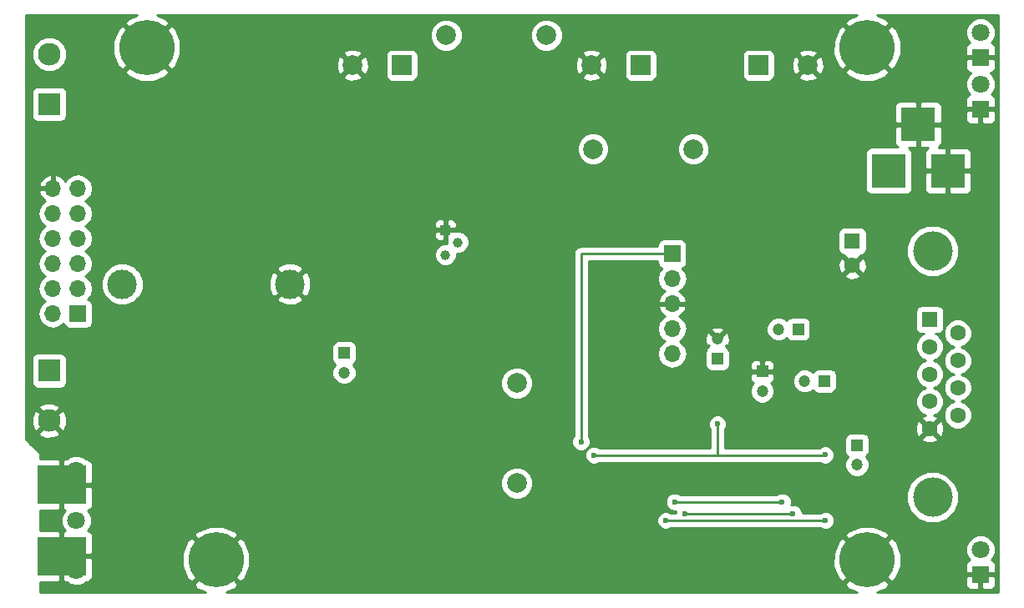
<source format=gbl>
G04 #@! TF.FileFunction,Copper,L2,Bot,Signal*
%FSLAX46Y46*%
G04 Gerber Fmt 4.6, Leading zero omitted, Abs format (unit mm)*
G04 Created by KiCad (PCBNEW 4.0.7-e2-6376~58~ubuntu14.04.1) date Mon Feb 17 06:04:18 2020*
%MOMM*%
%LPD*%
G01*
G04 APERTURE LIST*
%ADD10C,0.100000*%
%ADD11R,1.800000X1.800000*%
%ADD12C,1.800000*%
%ADD13R,2.300000X2.300000*%
%ADD14C,2.300000*%
%ADD15R,1.600000X1.600000*%
%ADD16C,1.600000*%
%ADD17R,2.000000X2.000000*%
%ADD18C,2.000000*%
%ADD19R,1.200000X1.200000*%
%ADD20C,1.200000*%
%ADD21R,5.000000X3.960000*%
%ADD22R,3.500120X3.500120*%
%ADD23C,2.999740*%
%ADD24C,1.998980*%
%ADD25C,4.000000*%
%ADD26R,1.700000X1.700000*%
%ADD27O,1.700000X1.700000*%
%ADD28C,5.600000*%
%ADD29C,1.000000*%
%ADD30R,1.000000X1.000000*%
%ADD31C,0.600000*%
%ADD32C,0.250000*%
%ADD33C,0.254000*%
G04 APERTURE END LIST*
D10*
D11*
X159500000Y-34250000D03*
D12*
X159500000Y-31710000D03*
D13*
X65090000Y-60800000D03*
D14*
X65090000Y-65870000D03*
D15*
X146510000Y-47630000D03*
D16*
X146510000Y-50130000D03*
D17*
X137000000Y-29780000D03*
D18*
X142000000Y-29780000D03*
D17*
X125060000Y-29780000D03*
D18*
X120060000Y-29780000D03*
D19*
X95000000Y-59000000D03*
D20*
X95000000Y-61000000D03*
D17*
X100850000Y-29780000D03*
D18*
X95850000Y-29780000D03*
D12*
X67857000Y-81080000D03*
X67857000Y-70920000D03*
D21*
X66350000Y-72380000D03*
X66350000Y-79620000D03*
D12*
X67857000Y-78540000D03*
X67857000Y-73460000D03*
X67857000Y-76000000D03*
D22*
X150199860Y-40500000D03*
X156199340Y-40500000D03*
X153199600Y-35801000D03*
D23*
X89498840Y-52000000D03*
X72501160Y-52000000D03*
D24*
X130391260Y-38280000D03*
X120231260Y-38280000D03*
X115501260Y-26750000D03*
X105341260Y-26750000D03*
D19*
X143675000Y-61850000D03*
D20*
X141675000Y-61850000D03*
D19*
X141020000Y-56590000D03*
D20*
X139020000Y-56590000D03*
D19*
X137370000Y-60870000D03*
D20*
X137370000Y-62870000D03*
D19*
X146975000Y-68350000D03*
D20*
X146975000Y-70350000D03*
D15*
X154350000Y-55600000D03*
D16*
X154350000Y-58370000D03*
X154350000Y-61140000D03*
X154350000Y-63910000D03*
X154350000Y-66680000D03*
X157190000Y-56985000D03*
X157190000Y-59755000D03*
X157190000Y-62525000D03*
X157190000Y-65295000D03*
D25*
X154650000Y-73640000D03*
X154650000Y-48640000D03*
D26*
X128240000Y-48920000D03*
D27*
X128240000Y-51460000D03*
X128240000Y-54000000D03*
X128240000Y-56540000D03*
X128240000Y-59080000D03*
D24*
X112490000Y-62058740D03*
X112490000Y-72218740D03*
D11*
X159500000Y-81500000D03*
D12*
X159500000Y-78960000D03*
D11*
X159500000Y-29000000D03*
D12*
X159500000Y-26460000D03*
D28*
X82000000Y-80000000D03*
X148000000Y-80000000D03*
X148000000Y-28000000D03*
X75000000Y-28000000D03*
D13*
X65090000Y-33730000D03*
D14*
X65090000Y-28660000D03*
D26*
X68000000Y-55000000D03*
D27*
X65460000Y-55000000D03*
X68000000Y-52460000D03*
X65460000Y-52460000D03*
X68000000Y-49920000D03*
X65460000Y-49920000D03*
X68000000Y-47380000D03*
X65460000Y-47380000D03*
X68000000Y-44840000D03*
X65460000Y-44840000D03*
X68000000Y-42300000D03*
X65460000Y-42300000D03*
D29*
X106520000Y-47770000D03*
X105250000Y-49040000D03*
D30*
X105250000Y-46500000D03*
D19*
X132830000Y-59570000D03*
D20*
X132830000Y-57570000D03*
D31*
X132000000Y-71500000D03*
X128500000Y-71500000D03*
X128500000Y-67750000D03*
X137000000Y-41500000D03*
X137000000Y-37250000D03*
X86750000Y-45750000D03*
X80500000Y-45750000D03*
X84250000Y-52250000D03*
X78500000Y-52250000D03*
X122250000Y-66000000D03*
X120250000Y-77250000D03*
X144400000Y-52200000D03*
X151750000Y-59750000D03*
X78750000Y-33250000D03*
X100000000Y-40000000D03*
X96500000Y-40000000D03*
X105000000Y-40000000D03*
X96500000Y-35250000D03*
X98000000Y-71500000D03*
X88750000Y-75750000D03*
X88750000Y-78750000D03*
X90500000Y-80250000D03*
X95000000Y-80250000D03*
X98500000Y-75750000D03*
X74000000Y-79500000D03*
X69500000Y-66500000D03*
X72750000Y-66500000D03*
X72250000Y-73000000D03*
X75750000Y-73000000D03*
X79250000Y-73000000D03*
X83000000Y-73000000D03*
X85250000Y-67750000D03*
X88000000Y-70500000D03*
X92000000Y-70500000D03*
X77000000Y-61000000D03*
X80750000Y-61000000D03*
X84750000Y-59250000D03*
X89250000Y-59250000D03*
X89250000Y-63750000D03*
X101500000Y-80500000D03*
X101500000Y-75500000D03*
X102250000Y-57000000D03*
X96750000Y-57500000D03*
X95000000Y-49500000D03*
X92750000Y-59000000D03*
X93250000Y-63000000D03*
X94000000Y-67250000D03*
X100750000Y-61000000D03*
X107750000Y-58250000D03*
X106000000Y-62250000D03*
X97750000Y-64750000D03*
X101500000Y-71250000D03*
X116250000Y-69250000D03*
X111250000Y-70000000D03*
X109250000Y-67250000D03*
X111250000Y-67250000D03*
X109250000Y-71000000D03*
X105500000Y-71250000D03*
X116500000Y-65500000D03*
X112500000Y-64500000D03*
X139200000Y-45400000D03*
X141000000Y-49600000D03*
X70600000Y-42800000D03*
X71600000Y-37000000D03*
X80400000Y-38000000D03*
X74800000Y-39800000D03*
X93200000Y-37000000D03*
X90600000Y-33600000D03*
X84200000Y-32800000D03*
X82600000Y-27600000D03*
X93200000Y-40000000D03*
X121600000Y-42800000D03*
X128800000Y-40400000D03*
X125400000Y-40400000D03*
X125400000Y-44600000D03*
X132830000Y-66210000D03*
X120300000Y-69360000D03*
X143750000Y-69350000D03*
X119000000Y-68000000D03*
X127600000Y-76000000D03*
X143800000Y-76000000D03*
X129500000Y-75300000D03*
X140500000Y-75300000D03*
X128500000Y-74100000D03*
X139400000Y-74100000D03*
D32*
X132000000Y-71500000D02*
X128500000Y-71500000D01*
X137000000Y-37250000D02*
X137000000Y-41500000D01*
X78500000Y-52250000D02*
X84250000Y-52250000D01*
X144400000Y-52200000D02*
X144400000Y-52400000D01*
X146470000Y-50130000D02*
X144400000Y-52200000D01*
X144400000Y-52400000D02*
X151750000Y-59750000D01*
X96500000Y-35250000D02*
X96500000Y-40000000D01*
X100000000Y-40000000D02*
X96500000Y-40000000D01*
X98500000Y-75750000D02*
X88750000Y-75750000D01*
X95000000Y-80250000D02*
X90500000Y-80250000D01*
X88750000Y-75750000D02*
X88750000Y-78750000D01*
X72750000Y-66500000D02*
X69500000Y-66500000D01*
X75750000Y-73000000D02*
X72250000Y-73000000D01*
X83000000Y-73000000D02*
X79250000Y-73000000D01*
X92000000Y-70500000D02*
X88000000Y-70500000D01*
X77000000Y-61000000D02*
X80750000Y-61000000D01*
X84750000Y-59250000D02*
X89250000Y-59250000D01*
X101500000Y-75500000D02*
X101500000Y-80500000D01*
X102250000Y-62250000D02*
X102250000Y-57000000D01*
X100750000Y-61000000D02*
X100250000Y-61000000D01*
X100250000Y-61000000D02*
X96750000Y-57500000D01*
X93500000Y-63000000D02*
X93250000Y-63000000D01*
X94000000Y-63500000D02*
X93500000Y-63000000D01*
X94000000Y-67250000D02*
X94000000Y-63500000D01*
X102000000Y-62250000D02*
X100750000Y-61000000D01*
X110250000Y-60750000D02*
X107750000Y-58250000D01*
X110250000Y-67250000D02*
X110250000Y-60750000D01*
X106000000Y-62250000D02*
X102250000Y-62250000D01*
X102250000Y-62250000D02*
X102000000Y-62250000D01*
X115500000Y-65500000D02*
X115500000Y-68500000D01*
X115500000Y-68500000D02*
X116250000Y-69250000D01*
X109250000Y-67250000D02*
X110250000Y-67250000D01*
X110250000Y-67250000D02*
X111250000Y-67250000D01*
X105750000Y-71000000D02*
X109250000Y-71000000D01*
X105500000Y-71250000D02*
X105750000Y-71000000D01*
X113500000Y-65500000D02*
X115500000Y-65500000D01*
X115500000Y-65500000D02*
X116500000Y-65500000D01*
X112500000Y-64500000D02*
X113500000Y-65500000D01*
X146510000Y-50130000D02*
X146470000Y-50130000D01*
X79000000Y-39400000D02*
X80400000Y-38000000D01*
X75200000Y-39400000D02*
X79000000Y-39400000D01*
X74800000Y-39800000D02*
X75200000Y-39400000D01*
X84200000Y-31200000D02*
X84200000Y-32800000D01*
X82600000Y-29600000D02*
X84200000Y-31200000D01*
X82600000Y-27600000D02*
X82600000Y-29600000D01*
X128800000Y-40400000D02*
X125400000Y-40400000D01*
X132830000Y-66210000D02*
X132830000Y-69360000D01*
X132830000Y-69360000D02*
X120300000Y-69360000D01*
X143740000Y-69360000D02*
X132830000Y-69360000D01*
X143750000Y-69350000D02*
X143740000Y-69360000D01*
X119000000Y-68000000D02*
X119000000Y-48920000D01*
X128240000Y-48920000D02*
X119000000Y-48920000D01*
X127600000Y-76000000D02*
X143800000Y-76000000D01*
X140500000Y-75300000D02*
X129500000Y-75300000D01*
X139400000Y-74100000D02*
X128500000Y-74100000D01*
D33*
G36*
X73062973Y-25082122D02*
X73045501Y-25093797D01*
X72727265Y-25547660D01*
X75000000Y-27820395D01*
X77272735Y-25547660D01*
X76954499Y-25093797D01*
X76035737Y-24710000D01*
X146969035Y-24710000D01*
X146062973Y-25082122D01*
X146045501Y-25093797D01*
X145727265Y-25547660D01*
X148000000Y-27820395D01*
X150272735Y-25547660D01*
X149954499Y-25093797D01*
X149035737Y-24710000D01*
X161290000Y-24710000D01*
X161290000Y-83290000D01*
X149030965Y-83290000D01*
X149937027Y-82917878D01*
X149954499Y-82906203D01*
X150272735Y-82452340D01*
X148000000Y-80179605D01*
X145727265Y-82452340D01*
X146045501Y-82906203D01*
X146964263Y-83290000D01*
X83030965Y-83290000D01*
X83937027Y-82917878D01*
X83954499Y-82906203D01*
X84272735Y-82452340D01*
X82000000Y-80179605D01*
X79727265Y-82452340D01*
X80045501Y-82906203D01*
X80964263Y-83290000D01*
X64210000Y-83290000D01*
X64210000Y-82235000D01*
X66064250Y-82235000D01*
X66223000Y-82076250D01*
X66223000Y-79747000D01*
X66203000Y-79747000D01*
X66203000Y-79493000D01*
X66223000Y-79493000D01*
X66223000Y-77163750D01*
X66064250Y-77005000D01*
X64210000Y-77005000D01*
X64210000Y-74995000D01*
X66064250Y-74995000D01*
X66223000Y-74836250D01*
X66223000Y-72507000D01*
X66203000Y-72507000D01*
X66203000Y-72253000D01*
X66223000Y-72253000D01*
X66223000Y-70679336D01*
X66310542Y-70679336D01*
X66336161Y-71289460D01*
X66477000Y-71629475D01*
X66477000Y-72253000D01*
X66999177Y-72253000D01*
X66956446Y-72379841D01*
X67083605Y-72507000D01*
X66477000Y-72507000D01*
X66477000Y-72764359D01*
X66310542Y-73219336D01*
X66336161Y-73829460D01*
X66477000Y-74169475D01*
X66477000Y-74836250D01*
X66635750Y-74995000D01*
X66691041Y-74995000D01*
X66556449Y-75129357D01*
X66322267Y-75693330D01*
X66321735Y-76303991D01*
X66554932Y-76868371D01*
X66691322Y-77005000D01*
X66635750Y-77005000D01*
X66477000Y-77163750D01*
X66477000Y-77844359D01*
X66310542Y-78299336D01*
X66336161Y-78909460D01*
X66477000Y-79249475D01*
X66477000Y-79493000D01*
X67083605Y-79493000D01*
X66956446Y-79620159D01*
X66999177Y-79747000D01*
X66477000Y-79747000D01*
X66477000Y-80384359D01*
X66310542Y-80839336D01*
X66336161Y-81449460D01*
X66477000Y-81789475D01*
X66477000Y-82076250D01*
X66635750Y-82235000D01*
X66802172Y-82235000D01*
X66841890Y-82274718D01*
X66881608Y-82235000D01*
X66981659Y-82235000D01*
X67042852Y-82416643D01*
X67616336Y-82626458D01*
X68226460Y-82600839D01*
X68671148Y-82416643D01*
X68732341Y-82235000D01*
X68832392Y-82235000D01*
X68872110Y-82274718D01*
X68911828Y-82235000D01*
X68976309Y-82235000D01*
X69209698Y-82138327D01*
X69388327Y-81959699D01*
X69485000Y-81726310D01*
X69485000Y-80672956D01*
X78562965Y-80672956D01*
X79082122Y-81937027D01*
X79093797Y-81954499D01*
X79547660Y-82272735D01*
X81820395Y-80000000D01*
X82179605Y-80000000D01*
X84452340Y-82272735D01*
X84906203Y-81954499D01*
X85432936Y-80693566D01*
X85432997Y-80672956D01*
X144562965Y-80672956D01*
X145082122Y-81937027D01*
X145093797Y-81954499D01*
X145547660Y-82272735D01*
X147820395Y-80000000D01*
X148179605Y-80000000D01*
X150452340Y-82272735D01*
X150906203Y-81954499D01*
X150976694Y-81785750D01*
X157965000Y-81785750D01*
X157965000Y-82526309D01*
X158061673Y-82759698D01*
X158240301Y-82938327D01*
X158473690Y-83035000D01*
X159214250Y-83035000D01*
X159373000Y-82876250D01*
X159373000Y-81627000D01*
X159627000Y-81627000D01*
X159627000Y-82876250D01*
X159785750Y-83035000D01*
X160526310Y-83035000D01*
X160759699Y-82938327D01*
X160938327Y-82759698D01*
X161035000Y-82526309D01*
X161035000Y-81785750D01*
X160876250Y-81627000D01*
X159627000Y-81627000D01*
X159373000Y-81627000D01*
X158123750Y-81627000D01*
X157965000Y-81785750D01*
X150976694Y-81785750D01*
X151432936Y-80693566D01*
X151437035Y-79327044D01*
X151411139Y-79263991D01*
X157964735Y-79263991D01*
X158197932Y-79828371D01*
X158375092Y-80005841D01*
X158240301Y-80061673D01*
X158061673Y-80240302D01*
X157965000Y-80473691D01*
X157965000Y-81214250D01*
X158123750Y-81373000D01*
X159373000Y-81373000D01*
X159373000Y-81353000D01*
X159627000Y-81353000D01*
X159627000Y-81373000D01*
X160876250Y-81373000D01*
X161035000Y-81214250D01*
X161035000Y-80473691D01*
X160938327Y-80240302D01*
X160759699Y-80061673D01*
X160625006Y-80005881D01*
X160800551Y-79830643D01*
X161034733Y-79266670D01*
X161035265Y-78656009D01*
X160802068Y-78091629D01*
X160370643Y-77659449D01*
X159806670Y-77425267D01*
X159196009Y-77424735D01*
X158631629Y-77657932D01*
X158199449Y-78089357D01*
X157965267Y-78653330D01*
X157964735Y-79263991D01*
X151411139Y-79263991D01*
X150917878Y-78062973D01*
X150906203Y-78045501D01*
X150452340Y-77727265D01*
X148179605Y-80000000D01*
X147820395Y-80000000D01*
X145547660Y-77727265D01*
X145093797Y-78045501D01*
X144567064Y-79306434D01*
X144562965Y-80672956D01*
X85432997Y-80672956D01*
X85437035Y-79327044D01*
X84917878Y-78062973D01*
X84906203Y-78045501D01*
X84452340Y-77727265D01*
X82179605Y-80000000D01*
X81820395Y-80000000D01*
X79547660Y-77727265D01*
X79093797Y-78045501D01*
X78567064Y-79306434D01*
X78562965Y-80672956D01*
X69485000Y-80672956D01*
X69485000Y-79905750D01*
X69326250Y-79747000D01*
X68714823Y-79747000D01*
X68757554Y-79620159D01*
X68630395Y-79493000D01*
X69326250Y-79493000D01*
X69485000Y-79334250D01*
X69485000Y-77547660D01*
X79727265Y-77547660D01*
X82000000Y-79820395D01*
X84272735Y-77547660D01*
X145727265Y-77547660D01*
X148000000Y-79820395D01*
X150272735Y-77547660D01*
X149954499Y-77093797D01*
X148693566Y-76567064D01*
X147327044Y-76562965D01*
X146062973Y-77082122D01*
X146045501Y-77093797D01*
X145727265Y-77547660D01*
X84272735Y-77547660D01*
X83954499Y-77093797D01*
X82693566Y-76567064D01*
X81327044Y-76562965D01*
X80062973Y-77082122D01*
X80045501Y-77093797D01*
X79727265Y-77547660D01*
X69485000Y-77547660D01*
X69485000Y-77513690D01*
X69388327Y-77280301D01*
X69209698Y-77101673D01*
X69009279Y-77018656D01*
X69157551Y-76870643D01*
X69391733Y-76306670D01*
X69391838Y-76185167D01*
X126664838Y-76185167D01*
X126806883Y-76528943D01*
X127069673Y-76792192D01*
X127413201Y-76934838D01*
X127785167Y-76935162D01*
X128128943Y-76793117D01*
X128162118Y-76760000D01*
X143237537Y-76760000D01*
X143269673Y-76792192D01*
X143613201Y-76934838D01*
X143985167Y-76935162D01*
X144328943Y-76793117D01*
X144592192Y-76530327D01*
X144734838Y-76186799D01*
X144735162Y-75814833D01*
X144593117Y-75471057D01*
X144330327Y-75207808D01*
X143986799Y-75065162D01*
X143614833Y-75064838D01*
X143271057Y-75206883D01*
X143237882Y-75240000D01*
X141435053Y-75240000D01*
X141435162Y-75114833D01*
X141293117Y-74771057D01*
X141030327Y-74507808D01*
X140686799Y-74365162D01*
X140314833Y-74364838D01*
X140299865Y-74371023D01*
X140334838Y-74286799D01*
X140334946Y-74161834D01*
X152014543Y-74161834D01*
X152414853Y-75130658D01*
X153155443Y-75872542D01*
X154123567Y-76274542D01*
X155171834Y-76275457D01*
X156140658Y-75875147D01*
X156882542Y-75134557D01*
X157284542Y-74166433D01*
X157285457Y-73118166D01*
X156885147Y-72149342D01*
X156144557Y-71407458D01*
X155176433Y-71005458D01*
X154128166Y-71004543D01*
X153159342Y-71404853D01*
X152417458Y-72145443D01*
X152015458Y-73113567D01*
X152014543Y-74161834D01*
X140334946Y-74161834D01*
X140335162Y-73914833D01*
X140193117Y-73571057D01*
X139930327Y-73307808D01*
X139586799Y-73165162D01*
X139214833Y-73164838D01*
X138871057Y-73306883D01*
X138837882Y-73340000D01*
X129062463Y-73340000D01*
X129030327Y-73307808D01*
X128686799Y-73165162D01*
X128314833Y-73164838D01*
X127971057Y-73306883D01*
X127707808Y-73569673D01*
X127565162Y-73913201D01*
X127564838Y-74285167D01*
X127706883Y-74628943D01*
X127969673Y-74892192D01*
X128313201Y-75034838D01*
X128597598Y-75035086D01*
X128565162Y-75113201D01*
X128565052Y-75240000D01*
X128162463Y-75240000D01*
X128130327Y-75207808D01*
X127786799Y-75065162D01*
X127414833Y-75064838D01*
X127071057Y-75206883D01*
X126807808Y-75469673D01*
X126665162Y-75813201D01*
X126664838Y-76185167D01*
X69391838Y-76185167D01*
X69392265Y-75696009D01*
X69159068Y-75131629D01*
X69009113Y-74981412D01*
X69209698Y-74898327D01*
X69388327Y-74719699D01*
X69485000Y-74486310D01*
X69485000Y-72665750D01*
X69361684Y-72542434D01*
X110855226Y-72542434D01*
X111103538Y-73143395D01*
X111562927Y-73603586D01*
X112163453Y-73852946D01*
X112813694Y-73853514D01*
X113414655Y-73605202D01*
X113874846Y-73145813D01*
X114124206Y-72545287D01*
X114124774Y-71895046D01*
X113876462Y-71294085D01*
X113417073Y-70833894D01*
X112816547Y-70584534D01*
X112166306Y-70583966D01*
X111565345Y-70832278D01*
X111105154Y-71291667D01*
X110855794Y-71892193D01*
X110855226Y-72542434D01*
X69361684Y-72542434D01*
X69326250Y-72507000D01*
X68630395Y-72507000D01*
X68757554Y-72379841D01*
X68714823Y-72253000D01*
X69326250Y-72253000D01*
X69485000Y-72094250D01*
X69485000Y-70273690D01*
X69388327Y-70040301D01*
X69209698Y-69861673D01*
X68976309Y-69765000D01*
X68911828Y-69765000D01*
X68872110Y-69725282D01*
X68832392Y-69765000D01*
X68732341Y-69765000D01*
X68671148Y-69583357D01*
X68566764Y-69545167D01*
X119364838Y-69545167D01*
X119506883Y-69888943D01*
X119769673Y-70152192D01*
X120113201Y-70294838D01*
X120485167Y-70295162D01*
X120828943Y-70153117D01*
X120862118Y-70120000D01*
X143197520Y-70120000D01*
X143219673Y-70142192D01*
X143563201Y-70284838D01*
X143935167Y-70285162D01*
X144278943Y-70143117D01*
X144542192Y-69880327D01*
X144684838Y-69536799D01*
X144685162Y-69164833D01*
X144543117Y-68821057D01*
X144280327Y-68557808D01*
X143936799Y-68415162D01*
X143564833Y-68414838D01*
X143221057Y-68556883D01*
X143177865Y-68600000D01*
X133590000Y-68600000D01*
X133590000Y-67750000D01*
X145727560Y-67750000D01*
X145727560Y-68950000D01*
X145771838Y-69185317D01*
X145910910Y-69401441D01*
X146068958Y-69509431D01*
X145928629Y-69649515D01*
X145740215Y-70103266D01*
X145739786Y-70594579D01*
X145927408Y-71048657D01*
X146274515Y-71396371D01*
X146728266Y-71584785D01*
X147219579Y-71585214D01*
X147673657Y-71397592D01*
X148021371Y-71050485D01*
X148209785Y-70596734D01*
X148210214Y-70105421D01*
X148022592Y-69651343D01*
X147879891Y-69508392D01*
X148026441Y-69414090D01*
X148171431Y-69201890D01*
X148222440Y-68950000D01*
X148222440Y-67750000D01*
X148210726Y-67687745D01*
X153521861Y-67687745D01*
X153595995Y-67933864D01*
X154133223Y-68126965D01*
X154703454Y-68099778D01*
X155104005Y-67933864D01*
X155178139Y-67687745D01*
X154350000Y-66859605D01*
X153521861Y-67687745D01*
X148210726Y-67687745D01*
X148178162Y-67514683D01*
X148039090Y-67298559D01*
X147826890Y-67153569D01*
X147575000Y-67102560D01*
X146375000Y-67102560D01*
X146139683Y-67146838D01*
X145923559Y-67285910D01*
X145778569Y-67498110D01*
X145727560Y-67750000D01*
X133590000Y-67750000D01*
X133590000Y-66772463D01*
X133622192Y-66740327D01*
X133737256Y-66463223D01*
X152903035Y-66463223D01*
X152930222Y-67033454D01*
X153096136Y-67434005D01*
X153342255Y-67508139D01*
X154170395Y-66680000D01*
X154529605Y-66680000D01*
X155357745Y-67508139D01*
X155603864Y-67434005D01*
X155796965Y-66896777D01*
X155769778Y-66326546D01*
X155603864Y-65925995D01*
X155357745Y-65851861D01*
X154529605Y-66680000D01*
X154170395Y-66680000D01*
X153342255Y-65851861D01*
X153096136Y-65925995D01*
X152903035Y-66463223D01*
X133737256Y-66463223D01*
X133764838Y-66396799D01*
X133765162Y-66024833D01*
X133623117Y-65681057D01*
X133360327Y-65417808D01*
X133016799Y-65275162D01*
X132644833Y-65274838D01*
X132301057Y-65416883D01*
X132037808Y-65679673D01*
X131895162Y-66023201D01*
X131894838Y-66395167D01*
X132036883Y-66738943D01*
X132070000Y-66772118D01*
X132070000Y-68600000D01*
X120862463Y-68600000D01*
X120830327Y-68567808D01*
X120486799Y-68425162D01*
X120114833Y-68424838D01*
X119771057Y-68566883D01*
X119507808Y-68829673D01*
X119365162Y-69173201D01*
X119364838Y-69545167D01*
X68566764Y-69545167D01*
X68097664Y-69373542D01*
X67487540Y-69399161D01*
X67042852Y-69583357D01*
X66981659Y-69765000D01*
X66881608Y-69765000D01*
X66841890Y-69725282D01*
X66802172Y-69765000D01*
X66635750Y-69765000D01*
X66477000Y-69923750D01*
X66477000Y-70224359D01*
X66310542Y-70679336D01*
X66223000Y-70679336D01*
X66223000Y-69923750D01*
X66064250Y-69765000D01*
X64210000Y-69765000D01*
X64210000Y-69500000D01*
X64155954Y-69228295D01*
X64002046Y-68997954D01*
X63189259Y-68185167D01*
X118064838Y-68185167D01*
X118206883Y-68528943D01*
X118469673Y-68792192D01*
X118813201Y-68934838D01*
X119185167Y-68935162D01*
X119528943Y-68793117D01*
X119792192Y-68530327D01*
X119934838Y-68186799D01*
X119935162Y-67814833D01*
X119793117Y-67471057D01*
X119760000Y-67437882D01*
X119760000Y-63114579D01*
X136134786Y-63114579D01*
X136322408Y-63568657D01*
X136669515Y-63916371D01*
X137123266Y-64104785D01*
X137614579Y-64105214D01*
X138068657Y-63917592D01*
X138416371Y-63570485D01*
X138604785Y-63116734D01*
X138605214Y-62625421D01*
X138417592Y-62171343D01*
X138340962Y-62094579D01*
X140439786Y-62094579D01*
X140627408Y-62548657D01*
X140974515Y-62896371D01*
X141428266Y-63084785D01*
X141919579Y-63085214D01*
X142373657Y-62897592D01*
X142516608Y-62754891D01*
X142610910Y-62901441D01*
X142823110Y-63046431D01*
X143075000Y-63097440D01*
X144275000Y-63097440D01*
X144510317Y-63053162D01*
X144726441Y-62914090D01*
X144871431Y-62701890D01*
X144922440Y-62450000D01*
X144922440Y-61250000D01*
X144878162Y-61014683D01*
X144739090Y-60798559D01*
X144526890Y-60653569D01*
X144275000Y-60602560D01*
X143075000Y-60602560D01*
X142839683Y-60646838D01*
X142623559Y-60785910D01*
X142515569Y-60943958D01*
X142375485Y-60803629D01*
X141921734Y-60615215D01*
X141430421Y-60614786D01*
X140976343Y-60802408D01*
X140628629Y-61149515D01*
X140440215Y-61603266D01*
X140439786Y-62094579D01*
X138340962Y-62094579D01*
X138276753Y-62030258D01*
X138329699Y-62008327D01*
X138508327Y-61829698D01*
X138605000Y-61596309D01*
X138605000Y-61155750D01*
X138446250Y-60997000D01*
X137497000Y-60997000D01*
X137497000Y-61017000D01*
X137243000Y-61017000D01*
X137243000Y-60997000D01*
X136293750Y-60997000D01*
X136135000Y-61155750D01*
X136135000Y-61596309D01*
X136231673Y-61829698D01*
X136410301Y-62008327D01*
X136463164Y-62030224D01*
X136323629Y-62169515D01*
X136135215Y-62623266D01*
X136134786Y-63114579D01*
X119760000Y-63114579D01*
X119760000Y-56540000D01*
X126725907Y-56540000D01*
X126838946Y-57108285D01*
X127160853Y-57590054D01*
X127490026Y-57810000D01*
X127160853Y-58029946D01*
X126838946Y-58511715D01*
X126725907Y-59080000D01*
X126838946Y-59648285D01*
X127160853Y-60130054D01*
X127642622Y-60451961D01*
X128210907Y-60565000D01*
X128269093Y-60565000D01*
X128837378Y-60451961D01*
X129319147Y-60130054D01*
X129641054Y-59648285D01*
X129754093Y-59080000D01*
X129641054Y-58511715D01*
X129319147Y-58029946D01*
X128989974Y-57810000D01*
X129319147Y-57590054D01*
X129445444Y-57401036D01*
X131582193Y-57401036D01*
X131612518Y-57891413D01*
X131741836Y-58203617D01*
X131967263Y-58253129D01*
X131851570Y-58368822D01*
X131906397Y-58423649D01*
X131778559Y-58505910D01*
X131633569Y-58718110D01*
X131582560Y-58970000D01*
X131582560Y-60170000D01*
X131626838Y-60405317D01*
X131765910Y-60621441D01*
X131978110Y-60766431D01*
X132230000Y-60817440D01*
X133430000Y-60817440D01*
X133665317Y-60773162D01*
X133881441Y-60634090D01*
X134026431Y-60421890D01*
X134077440Y-60170000D01*
X134077440Y-60143691D01*
X136135000Y-60143691D01*
X136135000Y-60584250D01*
X136293750Y-60743000D01*
X137243000Y-60743000D01*
X137243000Y-59793750D01*
X137497000Y-59793750D01*
X137497000Y-60743000D01*
X138446250Y-60743000D01*
X138605000Y-60584250D01*
X138605000Y-60143691D01*
X138508327Y-59910302D01*
X138329699Y-59731673D01*
X138096310Y-59635000D01*
X137655750Y-59635000D01*
X137497000Y-59793750D01*
X137243000Y-59793750D01*
X137084250Y-59635000D01*
X136643690Y-59635000D01*
X136410301Y-59731673D01*
X136231673Y-59910302D01*
X136135000Y-60143691D01*
X134077440Y-60143691D01*
X134077440Y-58970000D01*
X134033162Y-58734683D01*
X133894090Y-58518559D01*
X133754245Y-58423007D01*
X133808430Y-58368822D01*
X133692737Y-58253129D01*
X133918164Y-58203617D01*
X134077807Y-57738964D01*
X134047482Y-57248587D01*
X133918164Y-56936383D01*
X133692735Y-56886870D01*
X133009605Y-57570000D01*
X133023748Y-57584143D01*
X132844143Y-57763748D01*
X132830000Y-57749605D01*
X132815858Y-57763748D01*
X132636253Y-57584143D01*
X132650395Y-57570000D01*
X131967265Y-56886870D01*
X131741836Y-56936383D01*
X131582193Y-57401036D01*
X129445444Y-57401036D01*
X129641054Y-57108285D01*
X129720821Y-56707265D01*
X132146870Y-56707265D01*
X132830000Y-57390395D01*
X133385816Y-56834579D01*
X137784786Y-56834579D01*
X137972408Y-57288657D01*
X138319515Y-57636371D01*
X138773266Y-57824785D01*
X139264579Y-57825214D01*
X139718657Y-57637592D01*
X139861608Y-57494891D01*
X139955910Y-57641441D01*
X140168110Y-57786431D01*
X140420000Y-57837440D01*
X141620000Y-57837440D01*
X141855317Y-57793162D01*
X142071441Y-57654090D01*
X142216431Y-57441890D01*
X142267440Y-57190000D01*
X142267440Y-55990000D01*
X142223162Y-55754683D01*
X142084090Y-55538559D01*
X141871890Y-55393569D01*
X141620000Y-55342560D01*
X140420000Y-55342560D01*
X140184683Y-55386838D01*
X139968559Y-55525910D01*
X139860569Y-55683958D01*
X139720485Y-55543629D01*
X139266734Y-55355215D01*
X138775421Y-55354786D01*
X138321343Y-55542408D01*
X137973629Y-55889515D01*
X137785215Y-56343266D01*
X137784786Y-56834579D01*
X133385816Y-56834579D01*
X133513130Y-56707265D01*
X133463617Y-56481836D01*
X132998964Y-56322193D01*
X132508587Y-56352518D01*
X132196383Y-56481836D01*
X132146870Y-56707265D01*
X129720821Y-56707265D01*
X129754093Y-56540000D01*
X129641054Y-55971715D01*
X129319147Y-55489946D01*
X128978447Y-55262298D01*
X129121358Y-55195183D01*
X129481501Y-54800000D01*
X152902560Y-54800000D01*
X152902560Y-56400000D01*
X152946838Y-56635317D01*
X153085910Y-56851441D01*
X153298110Y-56996431D01*
X153550000Y-57047440D01*
X153793087Y-57047440D01*
X153538200Y-57152757D01*
X153134176Y-57556077D01*
X152915250Y-58083309D01*
X152914752Y-58654187D01*
X153132757Y-59181800D01*
X153536077Y-59585824D01*
X153943850Y-59755146D01*
X153538200Y-59922757D01*
X153134176Y-60326077D01*
X152915250Y-60853309D01*
X152914752Y-61424187D01*
X153132757Y-61951800D01*
X153536077Y-62355824D01*
X153943850Y-62525146D01*
X153538200Y-62692757D01*
X153134176Y-63096077D01*
X152915250Y-63623309D01*
X152914752Y-64194187D01*
X153132757Y-64721800D01*
X153536077Y-65125824D01*
X153928060Y-65288590D01*
X153595995Y-65426136D01*
X153521861Y-65672255D01*
X154350000Y-66500395D01*
X155178139Y-65672255D01*
X155104005Y-65426136D01*
X154748062Y-65298196D01*
X155161800Y-65127243D01*
X155565824Y-64723923D01*
X155784750Y-64196691D01*
X155785248Y-63625813D01*
X155567243Y-63098200D01*
X155163923Y-62694176D01*
X154756150Y-62524854D01*
X155161800Y-62357243D01*
X155565824Y-61953923D01*
X155784750Y-61426691D01*
X155785248Y-60855813D01*
X155567243Y-60328200D01*
X155163923Y-59924176D01*
X154756150Y-59754854D01*
X155161800Y-59587243D01*
X155565824Y-59183923D01*
X155784750Y-58656691D01*
X155785248Y-58085813D01*
X155567243Y-57558200D01*
X155278734Y-57269187D01*
X155754752Y-57269187D01*
X155972757Y-57796800D01*
X156376077Y-58200824D01*
X156783850Y-58370146D01*
X156378200Y-58537757D01*
X155974176Y-58941077D01*
X155755250Y-59468309D01*
X155754752Y-60039187D01*
X155972757Y-60566800D01*
X156376077Y-60970824D01*
X156783850Y-61140146D01*
X156378200Y-61307757D01*
X155974176Y-61711077D01*
X155755250Y-62238309D01*
X155754752Y-62809187D01*
X155972757Y-63336800D01*
X156376077Y-63740824D01*
X156783850Y-63910146D01*
X156378200Y-64077757D01*
X155974176Y-64481077D01*
X155755250Y-65008309D01*
X155754752Y-65579187D01*
X155972757Y-66106800D01*
X156376077Y-66510824D01*
X156903309Y-66729750D01*
X157474187Y-66730248D01*
X158001800Y-66512243D01*
X158405824Y-66108923D01*
X158624750Y-65581691D01*
X158625248Y-65010813D01*
X158407243Y-64483200D01*
X158003923Y-64079176D01*
X157596150Y-63909854D01*
X158001800Y-63742243D01*
X158405824Y-63338923D01*
X158624750Y-62811691D01*
X158625248Y-62240813D01*
X158407243Y-61713200D01*
X158003923Y-61309176D01*
X157596150Y-61139854D01*
X158001800Y-60972243D01*
X158405824Y-60568923D01*
X158624750Y-60041691D01*
X158625248Y-59470813D01*
X158407243Y-58943200D01*
X158003923Y-58539176D01*
X157596150Y-58369854D01*
X158001800Y-58202243D01*
X158405824Y-57798923D01*
X158624750Y-57271691D01*
X158625248Y-56700813D01*
X158407243Y-56173200D01*
X158003923Y-55769176D01*
X157476691Y-55550250D01*
X156905813Y-55549752D01*
X156378200Y-55767757D01*
X155974176Y-56171077D01*
X155755250Y-56698309D01*
X155754752Y-57269187D01*
X155278734Y-57269187D01*
X155163923Y-57154176D01*
X154906874Y-57047440D01*
X155150000Y-57047440D01*
X155385317Y-57003162D01*
X155601441Y-56864090D01*
X155746431Y-56651890D01*
X155797440Y-56400000D01*
X155797440Y-54800000D01*
X155753162Y-54564683D01*
X155614090Y-54348559D01*
X155401890Y-54203569D01*
X155150000Y-54152560D01*
X153550000Y-54152560D01*
X153314683Y-54196838D01*
X153098559Y-54335910D01*
X152953569Y-54548110D01*
X152902560Y-54800000D01*
X129481501Y-54800000D01*
X129511645Y-54766924D01*
X129681476Y-54356890D01*
X129560155Y-54127000D01*
X128367000Y-54127000D01*
X128367000Y-54147000D01*
X128113000Y-54147000D01*
X128113000Y-54127000D01*
X126919845Y-54127000D01*
X126798524Y-54356890D01*
X126968355Y-54766924D01*
X127358642Y-55195183D01*
X127501553Y-55262298D01*
X127160853Y-55489946D01*
X126838946Y-55971715D01*
X126725907Y-56540000D01*
X119760000Y-56540000D01*
X119760000Y-49680000D01*
X126742560Y-49680000D01*
X126742560Y-49770000D01*
X126786838Y-50005317D01*
X126925910Y-50221441D01*
X127138110Y-50366431D01*
X127205541Y-50380086D01*
X127160853Y-50409946D01*
X126838946Y-50891715D01*
X126725907Y-51460000D01*
X126838946Y-52028285D01*
X127160853Y-52510054D01*
X127501553Y-52737702D01*
X127358642Y-52804817D01*
X126968355Y-53233076D01*
X126798524Y-53643110D01*
X126919845Y-53873000D01*
X128113000Y-53873000D01*
X128113000Y-53853000D01*
X128367000Y-53853000D01*
X128367000Y-53873000D01*
X129560155Y-53873000D01*
X129681476Y-53643110D01*
X129511645Y-53233076D01*
X129121358Y-52804817D01*
X128978447Y-52737702D01*
X129319147Y-52510054D01*
X129641054Y-52028285D01*
X129754093Y-51460000D01*
X129689993Y-51137745D01*
X145681861Y-51137745D01*
X145755995Y-51383864D01*
X146293223Y-51576965D01*
X146863454Y-51549778D01*
X147264005Y-51383864D01*
X147338139Y-51137745D01*
X146510000Y-50309605D01*
X145681861Y-51137745D01*
X129689993Y-51137745D01*
X129641054Y-50891715D01*
X129319147Y-50409946D01*
X129277548Y-50382150D01*
X129325317Y-50373162D01*
X129541441Y-50234090D01*
X129686431Y-50021890D01*
X129708436Y-49913223D01*
X145063035Y-49913223D01*
X145090222Y-50483454D01*
X145256136Y-50884005D01*
X145502255Y-50958139D01*
X146330395Y-50130000D01*
X146689605Y-50130000D01*
X147517745Y-50958139D01*
X147763864Y-50884005D01*
X147956965Y-50346777D01*
X147929778Y-49776546D01*
X147763864Y-49375995D01*
X147517745Y-49301861D01*
X146689605Y-50130000D01*
X146330395Y-50130000D01*
X145502255Y-49301861D01*
X145256136Y-49375995D01*
X145063035Y-49913223D01*
X129708436Y-49913223D01*
X129737440Y-49770000D01*
X129737440Y-48070000D01*
X129693162Y-47834683D01*
X129554090Y-47618559D01*
X129341890Y-47473569D01*
X129090000Y-47422560D01*
X127390000Y-47422560D01*
X127154683Y-47466838D01*
X126938559Y-47605910D01*
X126793569Y-47818110D01*
X126742560Y-48070000D01*
X126742560Y-48160000D01*
X119000000Y-48160000D01*
X118709161Y-48217852D01*
X118462599Y-48382599D01*
X118297852Y-48629161D01*
X118240000Y-48920000D01*
X118240000Y-67437537D01*
X118207808Y-67469673D01*
X118065162Y-67813201D01*
X118064838Y-68185167D01*
X63189259Y-68185167D01*
X62710000Y-67705908D01*
X62710000Y-67131025D01*
X64008581Y-67131025D01*
X64125601Y-67413446D01*
X64789663Y-67665018D01*
X65499448Y-67643314D01*
X66054399Y-67413446D01*
X66171419Y-67131025D01*
X65090000Y-66049605D01*
X64008581Y-67131025D01*
X62710000Y-67131025D01*
X62710000Y-65569663D01*
X63294982Y-65569663D01*
X63316686Y-66279448D01*
X63546554Y-66834399D01*
X63828975Y-66951419D01*
X64910395Y-65870000D01*
X65269605Y-65870000D01*
X66351025Y-66951419D01*
X66633446Y-66834399D01*
X66885018Y-66170337D01*
X66863314Y-65460552D01*
X66633446Y-64905601D01*
X66351025Y-64788581D01*
X65269605Y-65870000D01*
X64910395Y-65870000D01*
X63828975Y-64788581D01*
X63546554Y-64905601D01*
X63294982Y-65569663D01*
X62710000Y-65569663D01*
X62710000Y-64608975D01*
X64008581Y-64608975D01*
X65090000Y-65690395D01*
X66171419Y-64608975D01*
X66054399Y-64326554D01*
X65390337Y-64074982D01*
X64680552Y-64096686D01*
X64125601Y-64326554D01*
X64008581Y-64608975D01*
X62710000Y-64608975D01*
X62710000Y-59650000D01*
X63292560Y-59650000D01*
X63292560Y-61950000D01*
X63336838Y-62185317D01*
X63475910Y-62401441D01*
X63688110Y-62546431D01*
X63940000Y-62597440D01*
X66240000Y-62597440D01*
X66475317Y-62553162D01*
X66691441Y-62414090D01*
X66713070Y-62382434D01*
X110855226Y-62382434D01*
X111103538Y-62983395D01*
X111562927Y-63443586D01*
X112163453Y-63692946D01*
X112813694Y-63693514D01*
X113414655Y-63445202D01*
X113874846Y-62985813D01*
X114124206Y-62385287D01*
X114124774Y-61735046D01*
X113876462Y-61134085D01*
X113417073Y-60673894D01*
X112816547Y-60424534D01*
X112166306Y-60423966D01*
X111565345Y-60672278D01*
X111105154Y-61131667D01*
X110855794Y-61732193D01*
X110855226Y-62382434D01*
X66713070Y-62382434D01*
X66836431Y-62201890D01*
X66887440Y-61950000D01*
X66887440Y-59650000D01*
X66843162Y-59414683D01*
X66704090Y-59198559D01*
X66491890Y-59053569D01*
X66240000Y-59002560D01*
X63940000Y-59002560D01*
X63704683Y-59046838D01*
X63488559Y-59185910D01*
X63343569Y-59398110D01*
X63292560Y-59650000D01*
X62710000Y-59650000D01*
X62710000Y-58400000D01*
X93752560Y-58400000D01*
X93752560Y-59600000D01*
X93796838Y-59835317D01*
X93935910Y-60051441D01*
X94093958Y-60159431D01*
X93953629Y-60299515D01*
X93765215Y-60753266D01*
X93764786Y-61244579D01*
X93952408Y-61698657D01*
X94299515Y-62046371D01*
X94753266Y-62234785D01*
X95244579Y-62235214D01*
X95698657Y-62047592D01*
X96046371Y-61700485D01*
X96234785Y-61246734D01*
X96235214Y-60755421D01*
X96047592Y-60301343D01*
X95904891Y-60158392D01*
X96051441Y-60064090D01*
X96196431Y-59851890D01*
X96247440Y-59600000D01*
X96247440Y-58400000D01*
X96203162Y-58164683D01*
X96064090Y-57948559D01*
X95851890Y-57803569D01*
X95600000Y-57752560D01*
X94400000Y-57752560D01*
X94164683Y-57796838D01*
X93948559Y-57935910D01*
X93803569Y-58148110D01*
X93752560Y-58400000D01*
X62710000Y-58400000D01*
X62710000Y-44840000D01*
X63945907Y-44840000D01*
X64058946Y-45408285D01*
X64380853Y-45890054D01*
X64710026Y-46110000D01*
X64380853Y-46329946D01*
X64058946Y-46811715D01*
X63945907Y-47380000D01*
X64058946Y-47948285D01*
X64380853Y-48430054D01*
X64710026Y-48650000D01*
X64380853Y-48869946D01*
X64058946Y-49351715D01*
X63945907Y-49920000D01*
X64058946Y-50488285D01*
X64380853Y-50970054D01*
X64710026Y-51190000D01*
X64380853Y-51409946D01*
X64058946Y-51891715D01*
X63945907Y-52460000D01*
X64058946Y-53028285D01*
X64380853Y-53510054D01*
X64710026Y-53730000D01*
X64380853Y-53949946D01*
X64058946Y-54431715D01*
X63945907Y-55000000D01*
X64058946Y-55568285D01*
X64380853Y-56050054D01*
X64862622Y-56371961D01*
X65430907Y-56485000D01*
X65489093Y-56485000D01*
X66057378Y-56371961D01*
X66539147Y-56050054D01*
X66539971Y-56048821D01*
X66546838Y-56085317D01*
X66685910Y-56301441D01*
X66898110Y-56446431D01*
X67150000Y-56497440D01*
X68850000Y-56497440D01*
X69085317Y-56453162D01*
X69301441Y-56314090D01*
X69446431Y-56101890D01*
X69497440Y-55850000D01*
X69497440Y-54150000D01*
X69453162Y-53914683D01*
X69314090Y-53698559D01*
X69101890Y-53553569D01*
X69034459Y-53539914D01*
X69079147Y-53510054D01*
X69401054Y-53028285D01*
X69514093Y-52460000D01*
X69506692Y-52422789D01*
X70365920Y-52422789D01*
X70690250Y-53207727D01*
X71290274Y-53808800D01*
X72074645Y-54134499D01*
X72923949Y-54135240D01*
X73708887Y-53810910D01*
X74006439Y-53513877D01*
X88164568Y-53513877D01*
X88324335Y-53832632D01*
X89115057Y-54142595D01*
X89964206Y-54126367D01*
X90673345Y-53832632D01*
X90833112Y-53513877D01*
X89498840Y-52179605D01*
X88164568Y-53513877D01*
X74006439Y-53513877D01*
X74309960Y-53210886D01*
X74635659Y-52426515D01*
X74636365Y-51616217D01*
X87356245Y-51616217D01*
X87372473Y-52465366D01*
X87666208Y-53174505D01*
X87984963Y-53334272D01*
X89319235Y-52000000D01*
X89678445Y-52000000D01*
X91012717Y-53334272D01*
X91331472Y-53174505D01*
X91641435Y-52383783D01*
X91625207Y-51534634D01*
X91331472Y-50825495D01*
X91012717Y-50665728D01*
X89678445Y-52000000D01*
X89319235Y-52000000D01*
X87984963Y-50665728D01*
X87666208Y-50825495D01*
X87356245Y-51616217D01*
X74636365Y-51616217D01*
X74636400Y-51577211D01*
X74312070Y-50792273D01*
X74006455Y-50486123D01*
X88164568Y-50486123D01*
X89498840Y-51820395D01*
X90833112Y-50486123D01*
X90673345Y-50167368D01*
X89882623Y-49857405D01*
X89033474Y-49873633D01*
X88324335Y-50167368D01*
X88164568Y-50486123D01*
X74006455Y-50486123D01*
X73712046Y-50191200D01*
X72927675Y-49865501D01*
X72078371Y-49864760D01*
X71293433Y-50189090D01*
X70692360Y-50789114D01*
X70366661Y-51573485D01*
X70365920Y-52422789D01*
X69506692Y-52422789D01*
X69401054Y-51891715D01*
X69079147Y-51409946D01*
X68749974Y-51190000D01*
X69079147Y-50970054D01*
X69401054Y-50488285D01*
X69514093Y-49920000D01*
X69401054Y-49351715D01*
X69342963Y-49264775D01*
X104114803Y-49264775D01*
X104287233Y-49682086D01*
X104606235Y-50001645D01*
X105023244Y-50174803D01*
X105474775Y-50175197D01*
X105892086Y-50002767D01*
X106211645Y-49683765D01*
X106384803Y-49266756D01*
X106385119Y-48904883D01*
X106744775Y-48905197D01*
X107162086Y-48732767D01*
X107481645Y-48413765D01*
X107654803Y-47996756D01*
X107655197Y-47545225D01*
X107482767Y-47127914D01*
X107185373Y-46830000D01*
X145062560Y-46830000D01*
X145062560Y-48430000D01*
X145106838Y-48665317D01*
X145245910Y-48881441D01*
X145458110Y-49026431D01*
X145696201Y-49074646D01*
X145681861Y-49122255D01*
X146510000Y-49950395D01*
X147298560Y-49161834D01*
X152014543Y-49161834D01*
X152414853Y-50130658D01*
X153155443Y-50872542D01*
X154123567Y-51274542D01*
X155171834Y-51275457D01*
X156140658Y-50875147D01*
X156882542Y-50134557D01*
X157284542Y-49166433D01*
X157285457Y-48118166D01*
X156885147Y-47149342D01*
X156144557Y-46407458D01*
X155176433Y-46005458D01*
X154128166Y-46004543D01*
X153159342Y-46404853D01*
X152417458Y-47145443D01*
X152015458Y-48113567D01*
X152014543Y-49161834D01*
X147298560Y-49161834D01*
X147338139Y-49122255D01*
X147323855Y-49074833D01*
X147545317Y-49033162D01*
X147761441Y-48894090D01*
X147906431Y-48681890D01*
X147957440Y-48430000D01*
X147957440Y-46830000D01*
X147913162Y-46594683D01*
X147774090Y-46378559D01*
X147561890Y-46233569D01*
X147310000Y-46182560D01*
X145710000Y-46182560D01*
X145474683Y-46226838D01*
X145258559Y-46365910D01*
X145113569Y-46578110D01*
X145062560Y-46830000D01*
X107185373Y-46830000D01*
X107163765Y-46808355D01*
X106746756Y-46635197D01*
X106295225Y-46634803D01*
X106251939Y-46652689D01*
X106226250Y-46627000D01*
X105377000Y-46627000D01*
X105377000Y-47476250D01*
X105402448Y-47501698D01*
X105385197Y-47543244D01*
X105384881Y-47905117D01*
X105025225Y-47904803D01*
X104607914Y-48077233D01*
X104288355Y-48396235D01*
X104115197Y-48813244D01*
X104114803Y-49264775D01*
X69342963Y-49264775D01*
X69079147Y-48869946D01*
X68749974Y-48650000D01*
X69079147Y-48430054D01*
X69401054Y-47948285D01*
X69514093Y-47380000D01*
X69401054Y-46811715D01*
X69383705Y-46785750D01*
X104115000Y-46785750D01*
X104115000Y-47126310D01*
X104211673Y-47359699D01*
X104390302Y-47538327D01*
X104623691Y-47635000D01*
X104964250Y-47635000D01*
X105123000Y-47476250D01*
X105123000Y-46627000D01*
X104273750Y-46627000D01*
X104115000Y-46785750D01*
X69383705Y-46785750D01*
X69079147Y-46329946D01*
X68749974Y-46110000D01*
X69079147Y-45890054D01*
X69090081Y-45873690D01*
X104115000Y-45873690D01*
X104115000Y-46214250D01*
X104273750Y-46373000D01*
X105123000Y-46373000D01*
X105123000Y-45523750D01*
X105377000Y-45523750D01*
X105377000Y-46373000D01*
X106226250Y-46373000D01*
X106385000Y-46214250D01*
X106385000Y-45873690D01*
X106288327Y-45640301D01*
X106109698Y-45461673D01*
X105876309Y-45365000D01*
X105535750Y-45365000D01*
X105377000Y-45523750D01*
X105123000Y-45523750D01*
X104964250Y-45365000D01*
X104623691Y-45365000D01*
X104390302Y-45461673D01*
X104211673Y-45640301D01*
X104115000Y-45873690D01*
X69090081Y-45873690D01*
X69401054Y-45408285D01*
X69514093Y-44840000D01*
X69401054Y-44271715D01*
X69079147Y-43789946D01*
X68749974Y-43570000D01*
X69079147Y-43350054D01*
X69401054Y-42868285D01*
X69514093Y-42300000D01*
X69401054Y-41731715D01*
X69079147Y-41249946D01*
X68597378Y-40928039D01*
X68029093Y-40815000D01*
X67970907Y-40815000D01*
X67402622Y-40928039D01*
X66920853Y-41249946D01*
X66731655Y-41533101D01*
X66731645Y-41533076D01*
X66341358Y-41104817D01*
X65816892Y-40858514D01*
X65587000Y-40979181D01*
X65587000Y-42173000D01*
X65607000Y-42173000D01*
X65607000Y-42427000D01*
X65587000Y-42427000D01*
X65587000Y-42447000D01*
X65333000Y-42447000D01*
X65333000Y-42427000D01*
X64139845Y-42427000D01*
X64018524Y-42656890D01*
X64188355Y-43066924D01*
X64578642Y-43495183D01*
X64721553Y-43562298D01*
X64380853Y-43789946D01*
X64058946Y-44271715D01*
X63945907Y-44840000D01*
X62710000Y-44840000D01*
X62710000Y-41943110D01*
X64018524Y-41943110D01*
X64139845Y-42173000D01*
X65333000Y-42173000D01*
X65333000Y-40979181D01*
X65103108Y-40858514D01*
X64578642Y-41104817D01*
X64188355Y-41533076D01*
X64018524Y-41943110D01*
X62710000Y-41943110D01*
X62710000Y-38603694D01*
X118596486Y-38603694D01*
X118844798Y-39204655D01*
X119304187Y-39664846D01*
X119904713Y-39914206D01*
X120554954Y-39914774D01*
X121155915Y-39666462D01*
X121616106Y-39207073D01*
X121865466Y-38606547D01*
X121865468Y-38603694D01*
X128756486Y-38603694D01*
X129004798Y-39204655D01*
X129464187Y-39664846D01*
X130064713Y-39914206D01*
X130714954Y-39914774D01*
X131315915Y-39666462D01*
X131776106Y-39207073D01*
X131965924Y-38749940D01*
X147802360Y-38749940D01*
X147802360Y-42250060D01*
X147846638Y-42485377D01*
X147985710Y-42701501D01*
X148197910Y-42846491D01*
X148449800Y-42897500D01*
X151949920Y-42897500D01*
X152185237Y-42853222D01*
X152401361Y-42714150D01*
X152546351Y-42501950D01*
X152597360Y-42250060D01*
X152597360Y-40785750D01*
X153814280Y-40785750D01*
X153814280Y-42376370D01*
X153910953Y-42609759D01*
X154089582Y-42788387D01*
X154322971Y-42885060D01*
X155913590Y-42885060D01*
X156072340Y-42726310D01*
X156072340Y-40627000D01*
X156326340Y-40627000D01*
X156326340Y-42726310D01*
X156485090Y-42885060D01*
X158075709Y-42885060D01*
X158309098Y-42788387D01*
X158487727Y-42609759D01*
X158584400Y-42376370D01*
X158584400Y-40785750D01*
X158425650Y-40627000D01*
X156326340Y-40627000D01*
X156072340Y-40627000D01*
X153973030Y-40627000D01*
X153814280Y-40785750D01*
X152597360Y-40785750D01*
X152597360Y-38749940D01*
X152553082Y-38514623D01*
X152414010Y-38298499D01*
X152249450Y-38186060D01*
X152913850Y-38186060D01*
X153072600Y-38027310D01*
X153072600Y-35928000D01*
X153326600Y-35928000D01*
X153326600Y-38027310D01*
X153485350Y-38186060D01*
X154151272Y-38186060D01*
X154089582Y-38211613D01*
X153910953Y-38390241D01*
X153814280Y-38623630D01*
X153814280Y-40214250D01*
X153973030Y-40373000D01*
X156072340Y-40373000D01*
X156072340Y-38273690D01*
X156326340Y-38273690D01*
X156326340Y-40373000D01*
X158425650Y-40373000D01*
X158584400Y-40214250D01*
X158584400Y-38623630D01*
X158487727Y-38390241D01*
X158309098Y-38211613D01*
X158075709Y-38114940D01*
X156485090Y-38114940D01*
X156326340Y-38273690D01*
X156072340Y-38273690D01*
X155913590Y-38114940D01*
X155247668Y-38114940D01*
X155309358Y-38089387D01*
X155487987Y-37910759D01*
X155584660Y-37677370D01*
X155584660Y-36086750D01*
X155425910Y-35928000D01*
X153326600Y-35928000D01*
X153072600Y-35928000D01*
X150973290Y-35928000D01*
X150814540Y-36086750D01*
X150814540Y-37677370D01*
X150911213Y-37910759D01*
X151089842Y-38089387D01*
X151121500Y-38102500D01*
X148449800Y-38102500D01*
X148214483Y-38146778D01*
X147998359Y-38285850D01*
X147853369Y-38498050D01*
X147802360Y-38749940D01*
X131965924Y-38749940D01*
X132025466Y-38606547D01*
X132026034Y-37956306D01*
X131777722Y-37355345D01*
X131318333Y-36895154D01*
X130717807Y-36645794D01*
X130067566Y-36645226D01*
X129466605Y-36893538D01*
X129006414Y-37352927D01*
X128757054Y-37953453D01*
X128756486Y-38603694D01*
X121865468Y-38603694D01*
X121866034Y-37956306D01*
X121617722Y-37355345D01*
X121158333Y-36895154D01*
X120557807Y-36645794D01*
X119907566Y-36645226D01*
X119306605Y-36893538D01*
X118846414Y-37352927D01*
X118597054Y-37953453D01*
X118596486Y-38603694D01*
X62710000Y-38603694D01*
X62710000Y-32580000D01*
X63292560Y-32580000D01*
X63292560Y-34880000D01*
X63336838Y-35115317D01*
X63475910Y-35331441D01*
X63688110Y-35476431D01*
X63940000Y-35527440D01*
X66240000Y-35527440D01*
X66475317Y-35483162D01*
X66691441Y-35344090D01*
X66836431Y-35131890D01*
X66887440Y-34880000D01*
X66887440Y-33924630D01*
X150814540Y-33924630D01*
X150814540Y-35515250D01*
X150973290Y-35674000D01*
X153072600Y-35674000D01*
X153072600Y-33574690D01*
X153326600Y-33574690D01*
X153326600Y-35674000D01*
X155425910Y-35674000D01*
X155584660Y-35515250D01*
X155584660Y-34535750D01*
X157965000Y-34535750D01*
X157965000Y-35276309D01*
X158061673Y-35509698D01*
X158240301Y-35688327D01*
X158473690Y-35785000D01*
X159214250Y-35785000D01*
X159373000Y-35626250D01*
X159373000Y-34377000D01*
X159627000Y-34377000D01*
X159627000Y-35626250D01*
X159785750Y-35785000D01*
X160526310Y-35785000D01*
X160759699Y-35688327D01*
X160938327Y-35509698D01*
X161035000Y-35276309D01*
X161035000Y-34535750D01*
X160876250Y-34377000D01*
X159627000Y-34377000D01*
X159373000Y-34377000D01*
X158123750Y-34377000D01*
X157965000Y-34535750D01*
X155584660Y-34535750D01*
X155584660Y-33924630D01*
X155487987Y-33691241D01*
X155309358Y-33512613D01*
X155075969Y-33415940D01*
X153485350Y-33415940D01*
X153326600Y-33574690D01*
X153072600Y-33574690D01*
X152913850Y-33415940D01*
X151323231Y-33415940D01*
X151089842Y-33512613D01*
X150911213Y-33691241D01*
X150814540Y-33924630D01*
X66887440Y-33924630D01*
X66887440Y-32580000D01*
X66843162Y-32344683D01*
X66704090Y-32128559D01*
X66536415Y-32013991D01*
X157964735Y-32013991D01*
X158197932Y-32578371D01*
X158375092Y-32755841D01*
X158240301Y-32811673D01*
X158061673Y-32990302D01*
X157965000Y-33223691D01*
X157965000Y-33964250D01*
X158123750Y-34123000D01*
X159373000Y-34123000D01*
X159373000Y-34103000D01*
X159627000Y-34103000D01*
X159627000Y-34123000D01*
X160876250Y-34123000D01*
X161035000Y-33964250D01*
X161035000Y-33223691D01*
X160938327Y-32990302D01*
X160759699Y-32811673D01*
X160625006Y-32755881D01*
X160800551Y-32580643D01*
X161034733Y-32016670D01*
X161035265Y-31406009D01*
X160802068Y-30841629D01*
X160495975Y-30535000D01*
X160526310Y-30535000D01*
X160759699Y-30438327D01*
X160938327Y-30259698D01*
X161035000Y-30026309D01*
X161035000Y-29285750D01*
X160876250Y-29127000D01*
X159627000Y-29127000D01*
X159627000Y-29147000D01*
X159373000Y-29147000D01*
X159373000Y-29127000D01*
X158123750Y-29127000D01*
X157965000Y-29285750D01*
X157965000Y-30026309D01*
X158061673Y-30259698D01*
X158240301Y-30438327D01*
X158473690Y-30535000D01*
X158504339Y-30535000D01*
X158199449Y-30839357D01*
X157965267Y-31403330D01*
X157964735Y-32013991D01*
X66536415Y-32013991D01*
X66491890Y-31983569D01*
X66240000Y-31932560D01*
X63940000Y-31932560D01*
X63704683Y-31976838D01*
X63488559Y-32115910D01*
X63343569Y-32328110D01*
X63292560Y-32580000D01*
X62710000Y-32580000D01*
X62710000Y-30452340D01*
X72727265Y-30452340D01*
X73045501Y-30906203D01*
X74306434Y-31432936D01*
X75672956Y-31437035D01*
X76901346Y-30932532D01*
X94877073Y-30932532D01*
X94975736Y-31199387D01*
X95585461Y-31425908D01*
X96235460Y-31401856D01*
X96724264Y-31199387D01*
X96822927Y-30932532D01*
X95850000Y-29959605D01*
X94877073Y-30932532D01*
X76901346Y-30932532D01*
X76937027Y-30917878D01*
X76954499Y-30906203D01*
X77272735Y-30452340D01*
X75000000Y-28179605D01*
X72727265Y-30452340D01*
X62710000Y-30452340D01*
X62710000Y-29013501D01*
X63304691Y-29013501D01*
X63575868Y-29669800D01*
X64077559Y-30172367D01*
X64733384Y-30444689D01*
X65443501Y-30445309D01*
X66099800Y-30174132D01*
X66602367Y-29672441D01*
X66874689Y-29016616D01*
X66874989Y-28672956D01*
X71562965Y-28672956D01*
X72082122Y-29937027D01*
X72093797Y-29954499D01*
X72547660Y-30272735D01*
X74820395Y-28000000D01*
X75179605Y-28000000D01*
X77452340Y-30272735D01*
X77906203Y-29954499D01*
X78089603Y-29515461D01*
X94204092Y-29515461D01*
X94228144Y-30165460D01*
X94430613Y-30654264D01*
X94697468Y-30752927D01*
X95670395Y-29780000D01*
X96029605Y-29780000D01*
X97002532Y-30752927D01*
X97269387Y-30654264D01*
X97495908Y-30044539D01*
X97471856Y-29394540D01*
X97269387Y-28905736D01*
X97002532Y-28807073D01*
X96029605Y-29780000D01*
X95670395Y-29780000D01*
X94697468Y-28807073D01*
X94430613Y-28905736D01*
X94204092Y-29515461D01*
X78089603Y-29515461D01*
X78432936Y-28693566D01*
X78433134Y-28627468D01*
X94877073Y-28627468D01*
X95850000Y-29600395D01*
X96670395Y-28780000D01*
X99202560Y-28780000D01*
X99202560Y-30780000D01*
X99246838Y-31015317D01*
X99385910Y-31231441D01*
X99598110Y-31376431D01*
X99850000Y-31427440D01*
X101850000Y-31427440D01*
X102085317Y-31383162D01*
X102301441Y-31244090D01*
X102446431Y-31031890D01*
X102466551Y-30932532D01*
X119087073Y-30932532D01*
X119185736Y-31199387D01*
X119795461Y-31425908D01*
X120445460Y-31401856D01*
X120934264Y-31199387D01*
X121032927Y-30932532D01*
X120060000Y-29959605D01*
X119087073Y-30932532D01*
X102466551Y-30932532D01*
X102497440Y-30780000D01*
X102497440Y-29515461D01*
X118414092Y-29515461D01*
X118438144Y-30165460D01*
X118640613Y-30654264D01*
X118907468Y-30752927D01*
X119880395Y-29780000D01*
X120239605Y-29780000D01*
X121212532Y-30752927D01*
X121479387Y-30654264D01*
X121705908Y-30044539D01*
X121681856Y-29394540D01*
X121479387Y-28905736D01*
X121212532Y-28807073D01*
X120239605Y-29780000D01*
X119880395Y-29780000D01*
X118907468Y-28807073D01*
X118640613Y-28905736D01*
X118414092Y-29515461D01*
X102497440Y-29515461D01*
X102497440Y-28780000D01*
X102468740Y-28627468D01*
X119087073Y-28627468D01*
X120060000Y-29600395D01*
X120880395Y-28780000D01*
X123412560Y-28780000D01*
X123412560Y-30780000D01*
X123456838Y-31015317D01*
X123595910Y-31231441D01*
X123808110Y-31376431D01*
X124060000Y-31427440D01*
X126060000Y-31427440D01*
X126295317Y-31383162D01*
X126511441Y-31244090D01*
X126656431Y-31031890D01*
X126707440Y-30780000D01*
X126707440Y-28780000D01*
X135352560Y-28780000D01*
X135352560Y-30780000D01*
X135396838Y-31015317D01*
X135535910Y-31231441D01*
X135748110Y-31376431D01*
X136000000Y-31427440D01*
X138000000Y-31427440D01*
X138235317Y-31383162D01*
X138451441Y-31244090D01*
X138596431Y-31031890D01*
X138616551Y-30932532D01*
X141027073Y-30932532D01*
X141125736Y-31199387D01*
X141735461Y-31425908D01*
X142385460Y-31401856D01*
X142874264Y-31199387D01*
X142972927Y-30932532D01*
X142000000Y-29959605D01*
X141027073Y-30932532D01*
X138616551Y-30932532D01*
X138647440Y-30780000D01*
X138647440Y-29515461D01*
X140354092Y-29515461D01*
X140378144Y-30165460D01*
X140580613Y-30654264D01*
X140847468Y-30752927D01*
X141820395Y-29780000D01*
X142179605Y-29780000D01*
X143152532Y-30752927D01*
X143419387Y-30654264D01*
X143494404Y-30452340D01*
X145727265Y-30452340D01*
X146045501Y-30906203D01*
X147306434Y-31432936D01*
X148672956Y-31437035D01*
X149937027Y-30917878D01*
X149954499Y-30906203D01*
X150272735Y-30452340D01*
X148000000Y-28179605D01*
X145727265Y-30452340D01*
X143494404Y-30452340D01*
X143645908Y-30044539D01*
X143621856Y-29394540D01*
X143419387Y-28905736D01*
X143152532Y-28807073D01*
X142179605Y-29780000D01*
X141820395Y-29780000D01*
X140847468Y-28807073D01*
X140580613Y-28905736D01*
X140354092Y-29515461D01*
X138647440Y-29515461D01*
X138647440Y-28780000D01*
X138618740Y-28627468D01*
X141027073Y-28627468D01*
X142000000Y-29600395D01*
X142927439Y-28672956D01*
X144562965Y-28672956D01*
X145082122Y-29937027D01*
X145093797Y-29954499D01*
X145547660Y-30272735D01*
X147820395Y-28000000D01*
X148179605Y-28000000D01*
X150452340Y-30272735D01*
X150906203Y-29954499D01*
X151432936Y-28693566D01*
X151437035Y-27327044D01*
X151205788Y-26763991D01*
X157964735Y-26763991D01*
X158197932Y-27328371D01*
X158375092Y-27505841D01*
X158240301Y-27561673D01*
X158061673Y-27740302D01*
X157965000Y-27973691D01*
X157965000Y-28714250D01*
X158123750Y-28873000D01*
X159373000Y-28873000D01*
X159373000Y-28853000D01*
X159627000Y-28853000D01*
X159627000Y-28873000D01*
X160876250Y-28873000D01*
X161035000Y-28714250D01*
X161035000Y-27973691D01*
X160938327Y-27740302D01*
X160759699Y-27561673D01*
X160625006Y-27505881D01*
X160800551Y-27330643D01*
X161034733Y-26766670D01*
X161035265Y-26156009D01*
X160802068Y-25591629D01*
X160370643Y-25159449D01*
X159806670Y-24925267D01*
X159196009Y-24924735D01*
X158631629Y-25157932D01*
X158199449Y-25589357D01*
X157965267Y-26153330D01*
X157964735Y-26763991D01*
X151205788Y-26763991D01*
X150917878Y-26062973D01*
X150906203Y-26045501D01*
X150452340Y-25727265D01*
X148179605Y-28000000D01*
X147820395Y-28000000D01*
X145547660Y-25727265D01*
X145093797Y-26045501D01*
X144567064Y-27306434D01*
X144562965Y-28672956D01*
X142927439Y-28672956D01*
X142972927Y-28627468D01*
X142874264Y-28360613D01*
X142264539Y-28134092D01*
X141614540Y-28158144D01*
X141125736Y-28360613D01*
X141027073Y-28627468D01*
X138618740Y-28627468D01*
X138603162Y-28544683D01*
X138464090Y-28328559D01*
X138251890Y-28183569D01*
X138000000Y-28132560D01*
X136000000Y-28132560D01*
X135764683Y-28176838D01*
X135548559Y-28315910D01*
X135403569Y-28528110D01*
X135352560Y-28780000D01*
X126707440Y-28780000D01*
X126663162Y-28544683D01*
X126524090Y-28328559D01*
X126311890Y-28183569D01*
X126060000Y-28132560D01*
X124060000Y-28132560D01*
X123824683Y-28176838D01*
X123608559Y-28315910D01*
X123463569Y-28528110D01*
X123412560Y-28780000D01*
X120880395Y-28780000D01*
X121032927Y-28627468D01*
X120934264Y-28360613D01*
X120324539Y-28134092D01*
X119674540Y-28158144D01*
X119185736Y-28360613D01*
X119087073Y-28627468D01*
X102468740Y-28627468D01*
X102453162Y-28544683D01*
X102314090Y-28328559D01*
X102101890Y-28183569D01*
X101850000Y-28132560D01*
X99850000Y-28132560D01*
X99614683Y-28176838D01*
X99398559Y-28315910D01*
X99253569Y-28528110D01*
X99202560Y-28780000D01*
X96670395Y-28780000D01*
X96822927Y-28627468D01*
X96724264Y-28360613D01*
X96114539Y-28134092D01*
X95464540Y-28158144D01*
X94975736Y-28360613D01*
X94877073Y-28627468D01*
X78433134Y-28627468D01*
X78437035Y-27327044D01*
X78332984Y-27073694D01*
X103706486Y-27073694D01*
X103954798Y-27674655D01*
X104414187Y-28134846D01*
X105014713Y-28384206D01*
X105664954Y-28384774D01*
X106265915Y-28136462D01*
X106726106Y-27677073D01*
X106975466Y-27076547D01*
X106975468Y-27073694D01*
X113866486Y-27073694D01*
X114114798Y-27674655D01*
X114574187Y-28134846D01*
X115174713Y-28384206D01*
X115824954Y-28384774D01*
X116425915Y-28136462D01*
X116886106Y-27677073D01*
X117135466Y-27076547D01*
X117136034Y-26426306D01*
X116887722Y-25825345D01*
X116428333Y-25365154D01*
X115827807Y-25115794D01*
X115177566Y-25115226D01*
X114576605Y-25363538D01*
X114116414Y-25822927D01*
X113867054Y-26423453D01*
X113866486Y-27073694D01*
X106975468Y-27073694D01*
X106976034Y-26426306D01*
X106727722Y-25825345D01*
X106268333Y-25365154D01*
X105667807Y-25115794D01*
X105017566Y-25115226D01*
X104416605Y-25363538D01*
X103956414Y-25822927D01*
X103707054Y-26423453D01*
X103706486Y-27073694D01*
X78332984Y-27073694D01*
X77917878Y-26062973D01*
X77906203Y-26045501D01*
X77452340Y-25727265D01*
X75179605Y-28000000D01*
X74820395Y-28000000D01*
X72547660Y-25727265D01*
X72093797Y-26045501D01*
X71567064Y-27306434D01*
X71562965Y-28672956D01*
X66874989Y-28672956D01*
X66875309Y-28306499D01*
X66604132Y-27650200D01*
X66102441Y-27147633D01*
X65446616Y-26875311D01*
X64736499Y-26874691D01*
X64080200Y-27145868D01*
X63577633Y-27647559D01*
X63305311Y-28303384D01*
X63304691Y-29013501D01*
X62710000Y-29013501D01*
X62710000Y-24710000D01*
X73969035Y-24710000D01*
X73062973Y-25082122D01*
X73062973Y-25082122D01*
G37*
X73062973Y-25082122D02*
X73045501Y-25093797D01*
X72727265Y-25547660D01*
X75000000Y-27820395D01*
X77272735Y-25547660D01*
X76954499Y-25093797D01*
X76035737Y-24710000D01*
X146969035Y-24710000D01*
X146062973Y-25082122D01*
X146045501Y-25093797D01*
X145727265Y-25547660D01*
X148000000Y-27820395D01*
X150272735Y-25547660D01*
X149954499Y-25093797D01*
X149035737Y-24710000D01*
X161290000Y-24710000D01*
X161290000Y-83290000D01*
X149030965Y-83290000D01*
X149937027Y-82917878D01*
X149954499Y-82906203D01*
X150272735Y-82452340D01*
X148000000Y-80179605D01*
X145727265Y-82452340D01*
X146045501Y-82906203D01*
X146964263Y-83290000D01*
X83030965Y-83290000D01*
X83937027Y-82917878D01*
X83954499Y-82906203D01*
X84272735Y-82452340D01*
X82000000Y-80179605D01*
X79727265Y-82452340D01*
X80045501Y-82906203D01*
X80964263Y-83290000D01*
X64210000Y-83290000D01*
X64210000Y-82235000D01*
X66064250Y-82235000D01*
X66223000Y-82076250D01*
X66223000Y-79747000D01*
X66203000Y-79747000D01*
X66203000Y-79493000D01*
X66223000Y-79493000D01*
X66223000Y-77163750D01*
X66064250Y-77005000D01*
X64210000Y-77005000D01*
X64210000Y-74995000D01*
X66064250Y-74995000D01*
X66223000Y-74836250D01*
X66223000Y-72507000D01*
X66203000Y-72507000D01*
X66203000Y-72253000D01*
X66223000Y-72253000D01*
X66223000Y-70679336D01*
X66310542Y-70679336D01*
X66336161Y-71289460D01*
X66477000Y-71629475D01*
X66477000Y-72253000D01*
X66999177Y-72253000D01*
X66956446Y-72379841D01*
X67083605Y-72507000D01*
X66477000Y-72507000D01*
X66477000Y-72764359D01*
X66310542Y-73219336D01*
X66336161Y-73829460D01*
X66477000Y-74169475D01*
X66477000Y-74836250D01*
X66635750Y-74995000D01*
X66691041Y-74995000D01*
X66556449Y-75129357D01*
X66322267Y-75693330D01*
X66321735Y-76303991D01*
X66554932Y-76868371D01*
X66691322Y-77005000D01*
X66635750Y-77005000D01*
X66477000Y-77163750D01*
X66477000Y-77844359D01*
X66310542Y-78299336D01*
X66336161Y-78909460D01*
X66477000Y-79249475D01*
X66477000Y-79493000D01*
X67083605Y-79493000D01*
X66956446Y-79620159D01*
X66999177Y-79747000D01*
X66477000Y-79747000D01*
X66477000Y-80384359D01*
X66310542Y-80839336D01*
X66336161Y-81449460D01*
X66477000Y-81789475D01*
X66477000Y-82076250D01*
X66635750Y-82235000D01*
X66802172Y-82235000D01*
X66841890Y-82274718D01*
X66881608Y-82235000D01*
X66981659Y-82235000D01*
X67042852Y-82416643D01*
X67616336Y-82626458D01*
X68226460Y-82600839D01*
X68671148Y-82416643D01*
X68732341Y-82235000D01*
X68832392Y-82235000D01*
X68872110Y-82274718D01*
X68911828Y-82235000D01*
X68976309Y-82235000D01*
X69209698Y-82138327D01*
X69388327Y-81959699D01*
X69485000Y-81726310D01*
X69485000Y-80672956D01*
X78562965Y-80672956D01*
X79082122Y-81937027D01*
X79093797Y-81954499D01*
X79547660Y-82272735D01*
X81820395Y-80000000D01*
X82179605Y-80000000D01*
X84452340Y-82272735D01*
X84906203Y-81954499D01*
X85432936Y-80693566D01*
X85432997Y-80672956D01*
X144562965Y-80672956D01*
X145082122Y-81937027D01*
X145093797Y-81954499D01*
X145547660Y-82272735D01*
X147820395Y-80000000D01*
X148179605Y-80000000D01*
X150452340Y-82272735D01*
X150906203Y-81954499D01*
X150976694Y-81785750D01*
X157965000Y-81785750D01*
X157965000Y-82526309D01*
X158061673Y-82759698D01*
X158240301Y-82938327D01*
X158473690Y-83035000D01*
X159214250Y-83035000D01*
X159373000Y-82876250D01*
X159373000Y-81627000D01*
X159627000Y-81627000D01*
X159627000Y-82876250D01*
X159785750Y-83035000D01*
X160526310Y-83035000D01*
X160759699Y-82938327D01*
X160938327Y-82759698D01*
X161035000Y-82526309D01*
X161035000Y-81785750D01*
X160876250Y-81627000D01*
X159627000Y-81627000D01*
X159373000Y-81627000D01*
X158123750Y-81627000D01*
X157965000Y-81785750D01*
X150976694Y-81785750D01*
X151432936Y-80693566D01*
X151437035Y-79327044D01*
X151411139Y-79263991D01*
X157964735Y-79263991D01*
X158197932Y-79828371D01*
X158375092Y-80005841D01*
X158240301Y-80061673D01*
X158061673Y-80240302D01*
X157965000Y-80473691D01*
X157965000Y-81214250D01*
X158123750Y-81373000D01*
X159373000Y-81373000D01*
X159373000Y-81353000D01*
X159627000Y-81353000D01*
X159627000Y-81373000D01*
X160876250Y-81373000D01*
X161035000Y-81214250D01*
X161035000Y-80473691D01*
X160938327Y-80240302D01*
X160759699Y-80061673D01*
X160625006Y-80005881D01*
X160800551Y-79830643D01*
X161034733Y-79266670D01*
X161035265Y-78656009D01*
X160802068Y-78091629D01*
X160370643Y-77659449D01*
X159806670Y-77425267D01*
X159196009Y-77424735D01*
X158631629Y-77657932D01*
X158199449Y-78089357D01*
X157965267Y-78653330D01*
X157964735Y-79263991D01*
X151411139Y-79263991D01*
X150917878Y-78062973D01*
X150906203Y-78045501D01*
X150452340Y-77727265D01*
X148179605Y-80000000D01*
X147820395Y-80000000D01*
X145547660Y-77727265D01*
X145093797Y-78045501D01*
X144567064Y-79306434D01*
X144562965Y-80672956D01*
X85432997Y-80672956D01*
X85437035Y-79327044D01*
X84917878Y-78062973D01*
X84906203Y-78045501D01*
X84452340Y-77727265D01*
X82179605Y-80000000D01*
X81820395Y-80000000D01*
X79547660Y-77727265D01*
X79093797Y-78045501D01*
X78567064Y-79306434D01*
X78562965Y-80672956D01*
X69485000Y-80672956D01*
X69485000Y-79905750D01*
X69326250Y-79747000D01*
X68714823Y-79747000D01*
X68757554Y-79620159D01*
X68630395Y-79493000D01*
X69326250Y-79493000D01*
X69485000Y-79334250D01*
X69485000Y-77547660D01*
X79727265Y-77547660D01*
X82000000Y-79820395D01*
X84272735Y-77547660D01*
X145727265Y-77547660D01*
X148000000Y-79820395D01*
X150272735Y-77547660D01*
X149954499Y-77093797D01*
X148693566Y-76567064D01*
X147327044Y-76562965D01*
X146062973Y-77082122D01*
X146045501Y-77093797D01*
X145727265Y-77547660D01*
X84272735Y-77547660D01*
X83954499Y-77093797D01*
X82693566Y-76567064D01*
X81327044Y-76562965D01*
X80062973Y-77082122D01*
X80045501Y-77093797D01*
X79727265Y-77547660D01*
X69485000Y-77547660D01*
X69485000Y-77513690D01*
X69388327Y-77280301D01*
X69209698Y-77101673D01*
X69009279Y-77018656D01*
X69157551Y-76870643D01*
X69391733Y-76306670D01*
X69391838Y-76185167D01*
X126664838Y-76185167D01*
X126806883Y-76528943D01*
X127069673Y-76792192D01*
X127413201Y-76934838D01*
X127785167Y-76935162D01*
X128128943Y-76793117D01*
X128162118Y-76760000D01*
X143237537Y-76760000D01*
X143269673Y-76792192D01*
X143613201Y-76934838D01*
X143985167Y-76935162D01*
X144328943Y-76793117D01*
X144592192Y-76530327D01*
X144734838Y-76186799D01*
X144735162Y-75814833D01*
X144593117Y-75471057D01*
X144330327Y-75207808D01*
X143986799Y-75065162D01*
X143614833Y-75064838D01*
X143271057Y-75206883D01*
X143237882Y-75240000D01*
X141435053Y-75240000D01*
X141435162Y-75114833D01*
X141293117Y-74771057D01*
X141030327Y-74507808D01*
X140686799Y-74365162D01*
X140314833Y-74364838D01*
X140299865Y-74371023D01*
X140334838Y-74286799D01*
X140334946Y-74161834D01*
X152014543Y-74161834D01*
X152414853Y-75130658D01*
X153155443Y-75872542D01*
X154123567Y-76274542D01*
X155171834Y-76275457D01*
X156140658Y-75875147D01*
X156882542Y-75134557D01*
X157284542Y-74166433D01*
X157285457Y-73118166D01*
X156885147Y-72149342D01*
X156144557Y-71407458D01*
X155176433Y-71005458D01*
X154128166Y-71004543D01*
X153159342Y-71404853D01*
X152417458Y-72145443D01*
X152015458Y-73113567D01*
X152014543Y-74161834D01*
X140334946Y-74161834D01*
X140335162Y-73914833D01*
X140193117Y-73571057D01*
X139930327Y-73307808D01*
X139586799Y-73165162D01*
X139214833Y-73164838D01*
X138871057Y-73306883D01*
X138837882Y-73340000D01*
X129062463Y-73340000D01*
X129030327Y-73307808D01*
X128686799Y-73165162D01*
X128314833Y-73164838D01*
X127971057Y-73306883D01*
X127707808Y-73569673D01*
X127565162Y-73913201D01*
X127564838Y-74285167D01*
X127706883Y-74628943D01*
X127969673Y-74892192D01*
X128313201Y-75034838D01*
X128597598Y-75035086D01*
X128565162Y-75113201D01*
X128565052Y-75240000D01*
X128162463Y-75240000D01*
X128130327Y-75207808D01*
X127786799Y-75065162D01*
X127414833Y-75064838D01*
X127071057Y-75206883D01*
X126807808Y-75469673D01*
X126665162Y-75813201D01*
X126664838Y-76185167D01*
X69391838Y-76185167D01*
X69392265Y-75696009D01*
X69159068Y-75131629D01*
X69009113Y-74981412D01*
X69209698Y-74898327D01*
X69388327Y-74719699D01*
X69485000Y-74486310D01*
X69485000Y-72665750D01*
X69361684Y-72542434D01*
X110855226Y-72542434D01*
X111103538Y-73143395D01*
X111562927Y-73603586D01*
X112163453Y-73852946D01*
X112813694Y-73853514D01*
X113414655Y-73605202D01*
X113874846Y-73145813D01*
X114124206Y-72545287D01*
X114124774Y-71895046D01*
X113876462Y-71294085D01*
X113417073Y-70833894D01*
X112816547Y-70584534D01*
X112166306Y-70583966D01*
X111565345Y-70832278D01*
X111105154Y-71291667D01*
X110855794Y-71892193D01*
X110855226Y-72542434D01*
X69361684Y-72542434D01*
X69326250Y-72507000D01*
X68630395Y-72507000D01*
X68757554Y-72379841D01*
X68714823Y-72253000D01*
X69326250Y-72253000D01*
X69485000Y-72094250D01*
X69485000Y-70273690D01*
X69388327Y-70040301D01*
X69209698Y-69861673D01*
X68976309Y-69765000D01*
X68911828Y-69765000D01*
X68872110Y-69725282D01*
X68832392Y-69765000D01*
X68732341Y-69765000D01*
X68671148Y-69583357D01*
X68566764Y-69545167D01*
X119364838Y-69545167D01*
X119506883Y-69888943D01*
X119769673Y-70152192D01*
X120113201Y-70294838D01*
X120485167Y-70295162D01*
X120828943Y-70153117D01*
X120862118Y-70120000D01*
X143197520Y-70120000D01*
X143219673Y-70142192D01*
X143563201Y-70284838D01*
X143935167Y-70285162D01*
X144278943Y-70143117D01*
X144542192Y-69880327D01*
X144684838Y-69536799D01*
X144685162Y-69164833D01*
X144543117Y-68821057D01*
X144280327Y-68557808D01*
X143936799Y-68415162D01*
X143564833Y-68414838D01*
X143221057Y-68556883D01*
X143177865Y-68600000D01*
X133590000Y-68600000D01*
X133590000Y-67750000D01*
X145727560Y-67750000D01*
X145727560Y-68950000D01*
X145771838Y-69185317D01*
X145910910Y-69401441D01*
X146068958Y-69509431D01*
X145928629Y-69649515D01*
X145740215Y-70103266D01*
X145739786Y-70594579D01*
X145927408Y-71048657D01*
X146274515Y-71396371D01*
X146728266Y-71584785D01*
X147219579Y-71585214D01*
X147673657Y-71397592D01*
X148021371Y-71050485D01*
X148209785Y-70596734D01*
X148210214Y-70105421D01*
X148022592Y-69651343D01*
X147879891Y-69508392D01*
X148026441Y-69414090D01*
X148171431Y-69201890D01*
X148222440Y-68950000D01*
X148222440Y-67750000D01*
X148210726Y-67687745D01*
X153521861Y-67687745D01*
X153595995Y-67933864D01*
X154133223Y-68126965D01*
X154703454Y-68099778D01*
X155104005Y-67933864D01*
X155178139Y-67687745D01*
X154350000Y-66859605D01*
X153521861Y-67687745D01*
X148210726Y-67687745D01*
X148178162Y-67514683D01*
X148039090Y-67298559D01*
X147826890Y-67153569D01*
X147575000Y-67102560D01*
X146375000Y-67102560D01*
X146139683Y-67146838D01*
X145923559Y-67285910D01*
X145778569Y-67498110D01*
X145727560Y-67750000D01*
X133590000Y-67750000D01*
X133590000Y-66772463D01*
X133622192Y-66740327D01*
X133737256Y-66463223D01*
X152903035Y-66463223D01*
X152930222Y-67033454D01*
X153096136Y-67434005D01*
X153342255Y-67508139D01*
X154170395Y-66680000D01*
X154529605Y-66680000D01*
X155357745Y-67508139D01*
X155603864Y-67434005D01*
X155796965Y-66896777D01*
X155769778Y-66326546D01*
X155603864Y-65925995D01*
X155357745Y-65851861D01*
X154529605Y-66680000D01*
X154170395Y-66680000D01*
X153342255Y-65851861D01*
X153096136Y-65925995D01*
X152903035Y-66463223D01*
X133737256Y-66463223D01*
X133764838Y-66396799D01*
X133765162Y-66024833D01*
X133623117Y-65681057D01*
X133360327Y-65417808D01*
X133016799Y-65275162D01*
X132644833Y-65274838D01*
X132301057Y-65416883D01*
X132037808Y-65679673D01*
X131895162Y-66023201D01*
X131894838Y-66395167D01*
X132036883Y-66738943D01*
X132070000Y-66772118D01*
X132070000Y-68600000D01*
X120862463Y-68600000D01*
X120830327Y-68567808D01*
X120486799Y-68425162D01*
X120114833Y-68424838D01*
X119771057Y-68566883D01*
X119507808Y-68829673D01*
X119365162Y-69173201D01*
X119364838Y-69545167D01*
X68566764Y-69545167D01*
X68097664Y-69373542D01*
X67487540Y-69399161D01*
X67042852Y-69583357D01*
X66981659Y-69765000D01*
X66881608Y-69765000D01*
X66841890Y-69725282D01*
X66802172Y-69765000D01*
X66635750Y-69765000D01*
X66477000Y-69923750D01*
X66477000Y-70224359D01*
X66310542Y-70679336D01*
X66223000Y-70679336D01*
X66223000Y-69923750D01*
X66064250Y-69765000D01*
X64210000Y-69765000D01*
X64210000Y-69500000D01*
X64155954Y-69228295D01*
X64002046Y-68997954D01*
X63189259Y-68185167D01*
X118064838Y-68185167D01*
X118206883Y-68528943D01*
X118469673Y-68792192D01*
X118813201Y-68934838D01*
X119185167Y-68935162D01*
X119528943Y-68793117D01*
X119792192Y-68530327D01*
X119934838Y-68186799D01*
X119935162Y-67814833D01*
X119793117Y-67471057D01*
X119760000Y-67437882D01*
X119760000Y-63114579D01*
X136134786Y-63114579D01*
X136322408Y-63568657D01*
X136669515Y-63916371D01*
X137123266Y-64104785D01*
X137614579Y-64105214D01*
X138068657Y-63917592D01*
X138416371Y-63570485D01*
X138604785Y-63116734D01*
X138605214Y-62625421D01*
X138417592Y-62171343D01*
X138340962Y-62094579D01*
X140439786Y-62094579D01*
X140627408Y-62548657D01*
X140974515Y-62896371D01*
X141428266Y-63084785D01*
X141919579Y-63085214D01*
X142373657Y-62897592D01*
X142516608Y-62754891D01*
X142610910Y-62901441D01*
X142823110Y-63046431D01*
X143075000Y-63097440D01*
X144275000Y-63097440D01*
X144510317Y-63053162D01*
X144726441Y-62914090D01*
X144871431Y-62701890D01*
X144922440Y-62450000D01*
X144922440Y-61250000D01*
X144878162Y-61014683D01*
X144739090Y-60798559D01*
X144526890Y-60653569D01*
X144275000Y-60602560D01*
X143075000Y-60602560D01*
X142839683Y-60646838D01*
X142623559Y-60785910D01*
X142515569Y-60943958D01*
X142375485Y-60803629D01*
X141921734Y-60615215D01*
X141430421Y-60614786D01*
X140976343Y-60802408D01*
X140628629Y-61149515D01*
X140440215Y-61603266D01*
X140439786Y-62094579D01*
X138340962Y-62094579D01*
X138276753Y-62030258D01*
X138329699Y-62008327D01*
X138508327Y-61829698D01*
X138605000Y-61596309D01*
X138605000Y-61155750D01*
X138446250Y-60997000D01*
X137497000Y-60997000D01*
X137497000Y-61017000D01*
X137243000Y-61017000D01*
X137243000Y-60997000D01*
X136293750Y-60997000D01*
X136135000Y-61155750D01*
X136135000Y-61596309D01*
X136231673Y-61829698D01*
X136410301Y-62008327D01*
X136463164Y-62030224D01*
X136323629Y-62169515D01*
X136135215Y-62623266D01*
X136134786Y-63114579D01*
X119760000Y-63114579D01*
X119760000Y-56540000D01*
X126725907Y-56540000D01*
X126838946Y-57108285D01*
X127160853Y-57590054D01*
X127490026Y-57810000D01*
X127160853Y-58029946D01*
X126838946Y-58511715D01*
X126725907Y-59080000D01*
X126838946Y-59648285D01*
X127160853Y-60130054D01*
X127642622Y-60451961D01*
X128210907Y-60565000D01*
X128269093Y-60565000D01*
X128837378Y-60451961D01*
X129319147Y-60130054D01*
X129641054Y-59648285D01*
X129754093Y-59080000D01*
X129641054Y-58511715D01*
X129319147Y-58029946D01*
X128989974Y-57810000D01*
X129319147Y-57590054D01*
X129445444Y-57401036D01*
X131582193Y-57401036D01*
X131612518Y-57891413D01*
X131741836Y-58203617D01*
X131967263Y-58253129D01*
X131851570Y-58368822D01*
X131906397Y-58423649D01*
X131778559Y-58505910D01*
X131633569Y-58718110D01*
X131582560Y-58970000D01*
X131582560Y-60170000D01*
X131626838Y-60405317D01*
X131765910Y-60621441D01*
X131978110Y-60766431D01*
X132230000Y-60817440D01*
X133430000Y-60817440D01*
X133665317Y-60773162D01*
X133881441Y-60634090D01*
X134026431Y-60421890D01*
X134077440Y-60170000D01*
X134077440Y-60143691D01*
X136135000Y-60143691D01*
X136135000Y-60584250D01*
X136293750Y-60743000D01*
X137243000Y-60743000D01*
X137243000Y-59793750D01*
X137497000Y-59793750D01*
X137497000Y-60743000D01*
X138446250Y-60743000D01*
X138605000Y-60584250D01*
X138605000Y-60143691D01*
X138508327Y-59910302D01*
X138329699Y-59731673D01*
X138096310Y-59635000D01*
X137655750Y-59635000D01*
X137497000Y-59793750D01*
X137243000Y-59793750D01*
X137084250Y-59635000D01*
X136643690Y-59635000D01*
X136410301Y-59731673D01*
X136231673Y-59910302D01*
X136135000Y-60143691D01*
X134077440Y-60143691D01*
X134077440Y-58970000D01*
X134033162Y-58734683D01*
X133894090Y-58518559D01*
X133754245Y-58423007D01*
X133808430Y-58368822D01*
X133692737Y-58253129D01*
X133918164Y-58203617D01*
X134077807Y-57738964D01*
X134047482Y-57248587D01*
X133918164Y-56936383D01*
X133692735Y-56886870D01*
X133009605Y-57570000D01*
X133023748Y-57584143D01*
X132844143Y-57763748D01*
X132830000Y-57749605D01*
X132815858Y-57763748D01*
X132636253Y-57584143D01*
X132650395Y-57570000D01*
X131967265Y-56886870D01*
X131741836Y-56936383D01*
X131582193Y-57401036D01*
X129445444Y-57401036D01*
X129641054Y-57108285D01*
X129720821Y-56707265D01*
X132146870Y-56707265D01*
X132830000Y-57390395D01*
X133385816Y-56834579D01*
X137784786Y-56834579D01*
X137972408Y-57288657D01*
X138319515Y-57636371D01*
X138773266Y-57824785D01*
X139264579Y-57825214D01*
X139718657Y-57637592D01*
X139861608Y-57494891D01*
X139955910Y-57641441D01*
X140168110Y-57786431D01*
X140420000Y-57837440D01*
X141620000Y-57837440D01*
X141855317Y-57793162D01*
X142071441Y-57654090D01*
X142216431Y-57441890D01*
X142267440Y-57190000D01*
X142267440Y-55990000D01*
X142223162Y-55754683D01*
X142084090Y-55538559D01*
X141871890Y-55393569D01*
X141620000Y-55342560D01*
X140420000Y-55342560D01*
X140184683Y-55386838D01*
X139968559Y-55525910D01*
X139860569Y-55683958D01*
X139720485Y-55543629D01*
X139266734Y-55355215D01*
X138775421Y-55354786D01*
X138321343Y-55542408D01*
X137973629Y-55889515D01*
X137785215Y-56343266D01*
X137784786Y-56834579D01*
X133385816Y-56834579D01*
X133513130Y-56707265D01*
X133463617Y-56481836D01*
X132998964Y-56322193D01*
X132508587Y-56352518D01*
X132196383Y-56481836D01*
X132146870Y-56707265D01*
X129720821Y-56707265D01*
X129754093Y-56540000D01*
X129641054Y-55971715D01*
X129319147Y-55489946D01*
X128978447Y-55262298D01*
X129121358Y-55195183D01*
X129481501Y-54800000D01*
X152902560Y-54800000D01*
X152902560Y-56400000D01*
X152946838Y-56635317D01*
X153085910Y-56851441D01*
X153298110Y-56996431D01*
X153550000Y-57047440D01*
X153793087Y-57047440D01*
X153538200Y-57152757D01*
X153134176Y-57556077D01*
X152915250Y-58083309D01*
X152914752Y-58654187D01*
X153132757Y-59181800D01*
X153536077Y-59585824D01*
X153943850Y-59755146D01*
X153538200Y-59922757D01*
X153134176Y-60326077D01*
X152915250Y-60853309D01*
X152914752Y-61424187D01*
X153132757Y-61951800D01*
X153536077Y-62355824D01*
X153943850Y-62525146D01*
X153538200Y-62692757D01*
X153134176Y-63096077D01*
X152915250Y-63623309D01*
X152914752Y-64194187D01*
X153132757Y-64721800D01*
X153536077Y-65125824D01*
X153928060Y-65288590D01*
X153595995Y-65426136D01*
X153521861Y-65672255D01*
X154350000Y-66500395D01*
X155178139Y-65672255D01*
X155104005Y-65426136D01*
X154748062Y-65298196D01*
X155161800Y-65127243D01*
X155565824Y-64723923D01*
X155784750Y-64196691D01*
X155785248Y-63625813D01*
X155567243Y-63098200D01*
X155163923Y-62694176D01*
X154756150Y-62524854D01*
X155161800Y-62357243D01*
X155565824Y-61953923D01*
X155784750Y-61426691D01*
X155785248Y-60855813D01*
X155567243Y-60328200D01*
X155163923Y-59924176D01*
X154756150Y-59754854D01*
X155161800Y-59587243D01*
X155565824Y-59183923D01*
X155784750Y-58656691D01*
X155785248Y-58085813D01*
X155567243Y-57558200D01*
X155278734Y-57269187D01*
X155754752Y-57269187D01*
X155972757Y-57796800D01*
X156376077Y-58200824D01*
X156783850Y-58370146D01*
X156378200Y-58537757D01*
X155974176Y-58941077D01*
X155755250Y-59468309D01*
X155754752Y-60039187D01*
X155972757Y-60566800D01*
X156376077Y-60970824D01*
X156783850Y-61140146D01*
X156378200Y-61307757D01*
X155974176Y-61711077D01*
X155755250Y-62238309D01*
X155754752Y-62809187D01*
X155972757Y-63336800D01*
X156376077Y-63740824D01*
X156783850Y-63910146D01*
X156378200Y-64077757D01*
X155974176Y-64481077D01*
X155755250Y-65008309D01*
X155754752Y-65579187D01*
X155972757Y-66106800D01*
X156376077Y-66510824D01*
X156903309Y-66729750D01*
X157474187Y-66730248D01*
X158001800Y-66512243D01*
X158405824Y-66108923D01*
X158624750Y-65581691D01*
X158625248Y-65010813D01*
X158407243Y-64483200D01*
X158003923Y-64079176D01*
X157596150Y-63909854D01*
X158001800Y-63742243D01*
X158405824Y-63338923D01*
X158624750Y-62811691D01*
X158625248Y-62240813D01*
X158407243Y-61713200D01*
X158003923Y-61309176D01*
X157596150Y-61139854D01*
X158001800Y-60972243D01*
X158405824Y-60568923D01*
X158624750Y-60041691D01*
X158625248Y-59470813D01*
X158407243Y-58943200D01*
X158003923Y-58539176D01*
X157596150Y-58369854D01*
X158001800Y-58202243D01*
X158405824Y-57798923D01*
X158624750Y-57271691D01*
X158625248Y-56700813D01*
X158407243Y-56173200D01*
X158003923Y-55769176D01*
X157476691Y-55550250D01*
X156905813Y-55549752D01*
X156378200Y-55767757D01*
X155974176Y-56171077D01*
X155755250Y-56698309D01*
X155754752Y-57269187D01*
X155278734Y-57269187D01*
X155163923Y-57154176D01*
X154906874Y-57047440D01*
X155150000Y-57047440D01*
X155385317Y-57003162D01*
X155601441Y-56864090D01*
X155746431Y-56651890D01*
X155797440Y-56400000D01*
X155797440Y-54800000D01*
X155753162Y-54564683D01*
X155614090Y-54348559D01*
X155401890Y-54203569D01*
X155150000Y-54152560D01*
X153550000Y-54152560D01*
X153314683Y-54196838D01*
X153098559Y-54335910D01*
X152953569Y-54548110D01*
X152902560Y-54800000D01*
X129481501Y-54800000D01*
X129511645Y-54766924D01*
X129681476Y-54356890D01*
X129560155Y-54127000D01*
X128367000Y-54127000D01*
X128367000Y-54147000D01*
X128113000Y-54147000D01*
X128113000Y-54127000D01*
X126919845Y-54127000D01*
X126798524Y-54356890D01*
X126968355Y-54766924D01*
X127358642Y-55195183D01*
X127501553Y-55262298D01*
X127160853Y-55489946D01*
X126838946Y-55971715D01*
X126725907Y-56540000D01*
X119760000Y-56540000D01*
X119760000Y-49680000D01*
X126742560Y-49680000D01*
X126742560Y-49770000D01*
X126786838Y-50005317D01*
X126925910Y-50221441D01*
X127138110Y-50366431D01*
X127205541Y-50380086D01*
X127160853Y-50409946D01*
X126838946Y-50891715D01*
X126725907Y-51460000D01*
X126838946Y-52028285D01*
X127160853Y-52510054D01*
X127501553Y-52737702D01*
X127358642Y-52804817D01*
X126968355Y-53233076D01*
X126798524Y-53643110D01*
X126919845Y-53873000D01*
X128113000Y-53873000D01*
X128113000Y-53853000D01*
X128367000Y-53853000D01*
X128367000Y-53873000D01*
X129560155Y-53873000D01*
X129681476Y-53643110D01*
X129511645Y-53233076D01*
X129121358Y-52804817D01*
X128978447Y-52737702D01*
X129319147Y-52510054D01*
X129641054Y-52028285D01*
X129754093Y-51460000D01*
X129689993Y-51137745D01*
X145681861Y-51137745D01*
X145755995Y-51383864D01*
X146293223Y-51576965D01*
X146863454Y-51549778D01*
X147264005Y-51383864D01*
X147338139Y-51137745D01*
X146510000Y-50309605D01*
X145681861Y-51137745D01*
X129689993Y-51137745D01*
X129641054Y-50891715D01*
X129319147Y-50409946D01*
X129277548Y-50382150D01*
X129325317Y-50373162D01*
X129541441Y-50234090D01*
X129686431Y-50021890D01*
X129708436Y-49913223D01*
X145063035Y-49913223D01*
X145090222Y-50483454D01*
X145256136Y-50884005D01*
X145502255Y-50958139D01*
X146330395Y-50130000D01*
X146689605Y-50130000D01*
X147517745Y-50958139D01*
X147763864Y-50884005D01*
X147956965Y-50346777D01*
X147929778Y-49776546D01*
X147763864Y-49375995D01*
X147517745Y-49301861D01*
X146689605Y-50130000D01*
X146330395Y-50130000D01*
X145502255Y-49301861D01*
X145256136Y-49375995D01*
X145063035Y-49913223D01*
X129708436Y-49913223D01*
X129737440Y-49770000D01*
X129737440Y-48070000D01*
X129693162Y-47834683D01*
X129554090Y-47618559D01*
X129341890Y-47473569D01*
X129090000Y-47422560D01*
X127390000Y-47422560D01*
X127154683Y-47466838D01*
X126938559Y-47605910D01*
X126793569Y-47818110D01*
X126742560Y-48070000D01*
X126742560Y-48160000D01*
X119000000Y-48160000D01*
X118709161Y-48217852D01*
X118462599Y-48382599D01*
X118297852Y-48629161D01*
X118240000Y-48920000D01*
X118240000Y-67437537D01*
X118207808Y-67469673D01*
X118065162Y-67813201D01*
X118064838Y-68185167D01*
X63189259Y-68185167D01*
X62710000Y-67705908D01*
X62710000Y-67131025D01*
X64008581Y-67131025D01*
X64125601Y-67413446D01*
X64789663Y-67665018D01*
X65499448Y-67643314D01*
X66054399Y-67413446D01*
X66171419Y-67131025D01*
X65090000Y-66049605D01*
X64008581Y-67131025D01*
X62710000Y-67131025D01*
X62710000Y-65569663D01*
X63294982Y-65569663D01*
X63316686Y-66279448D01*
X63546554Y-66834399D01*
X63828975Y-66951419D01*
X64910395Y-65870000D01*
X65269605Y-65870000D01*
X66351025Y-66951419D01*
X66633446Y-66834399D01*
X66885018Y-66170337D01*
X66863314Y-65460552D01*
X66633446Y-64905601D01*
X66351025Y-64788581D01*
X65269605Y-65870000D01*
X64910395Y-65870000D01*
X63828975Y-64788581D01*
X63546554Y-64905601D01*
X63294982Y-65569663D01*
X62710000Y-65569663D01*
X62710000Y-64608975D01*
X64008581Y-64608975D01*
X65090000Y-65690395D01*
X66171419Y-64608975D01*
X66054399Y-64326554D01*
X65390337Y-64074982D01*
X64680552Y-64096686D01*
X64125601Y-64326554D01*
X64008581Y-64608975D01*
X62710000Y-64608975D01*
X62710000Y-59650000D01*
X63292560Y-59650000D01*
X63292560Y-61950000D01*
X63336838Y-62185317D01*
X63475910Y-62401441D01*
X63688110Y-62546431D01*
X63940000Y-62597440D01*
X66240000Y-62597440D01*
X66475317Y-62553162D01*
X66691441Y-62414090D01*
X66713070Y-62382434D01*
X110855226Y-62382434D01*
X111103538Y-62983395D01*
X111562927Y-63443586D01*
X112163453Y-63692946D01*
X112813694Y-63693514D01*
X113414655Y-63445202D01*
X113874846Y-62985813D01*
X114124206Y-62385287D01*
X114124774Y-61735046D01*
X113876462Y-61134085D01*
X113417073Y-60673894D01*
X112816547Y-60424534D01*
X112166306Y-60423966D01*
X111565345Y-60672278D01*
X111105154Y-61131667D01*
X110855794Y-61732193D01*
X110855226Y-62382434D01*
X66713070Y-62382434D01*
X66836431Y-62201890D01*
X66887440Y-61950000D01*
X66887440Y-59650000D01*
X66843162Y-59414683D01*
X66704090Y-59198559D01*
X66491890Y-59053569D01*
X66240000Y-59002560D01*
X63940000Y-59002560D01*
X63704683Y-59046838D01*
X63488559Y-59185910D01*
X63343569Y-59398110D01*
X63292560Y-59650000D01*
X62710000Y-59650000D01*
X62710000Y-58400000D01*
X93752560Y-58400000D01*
X93752560Y-59600000D01*
X93796838Y-59835317D01*
X93935910Y-60051441D01*
X94093958Y-60159431D01*
X93953629Y-60299515D01*
X93765215Y-60753266D01*
X93764786Y-61244579D01*
X93952408Y-61698657D01*
X94299515Y-62046371D01*
X94753266Y-62234785D01*
X95244579Y-62235214D01*
X95698657Y-62047592D01*
X96046371Y-61700485D01*
X96234785Y-61246734D01*
X96235214Y-60755421D01*
X96047592Y-60301343D01*
X95904891Y-60158392D01*
X96051441Y-60064090D01*
X96196431Y-59851890D01*
X96247440Y-59600000D01*
X96247440Y-58400000D01*
X96203162Y-58164683D01*
X96064090Y-57948559D01*
X95851890Y-57803569D01*
X95600000Y-57752560D01*
X94400000Y-57752560D01*
X94164683Y-57796838D01*
X93948559Y-57935910D01*
X93803569Y-58148110D01*
X93752560Y-58400000D01*
X62710000Y-58400000D01*
X62710000Y-44840000D01*
X63945907Y-44840000D01*
X64058946Y-45408285D01*
X64380853Y-45890054D01*
X64710026Y-46110000D01*
X64380853Y-46329946D01*
X64058946Y-46811715D01*
X63945907Y-47380000D01*
X64058946Y-47948285D01*
X64380853Y-48430054D01*
X64710026Y-48650000D01*
X64380853Y-48869946D01*
X64058946Y-49351715D01*
X63945907Y-49920000D01*
X64058946Y-50488285D01*
X64380853Y-50970054D01*
X64710026Y-51190000D01*
X64380853Y-51409946D01*
X64058946Y-51891715D01*
X63945907Y-52460000D01*
X64058946Y-53028285D01*
X64380853Y-53510054D01*
X64710026Y-53730000D01*
X64380853Y-53949946D01*
X64058946Y-54431715D01*
X63945907Y-55000000D01*
X64058946Y-55568285D01*
X64380853Y-56050054D01*
X64862622Y-56371961D01*
X65430907Y-56485000D01*
X65489093Y-56485000D01*
X66057378Y-56371961D01*
X66539147Y-56050054D01*
X66539971Y-56048821D01*
X66546838Y-56085317D01*
X66685910Y-56301441D01*
X66898110Y-56446431D01*
X67150000Y-56497440D01*
X68850000Y-56497440D01*
X69085317Y-56453162D01*
X69301441Y-56314090D01*
X69446431Y-56101890D01*
X69497440Y-55850000D01*
X69497440Y-54150000D01*
X69453162Y-53914683D01*
X69314090Y-53698559D01*
X69101890Y-53553569D01*
X69034459Y-53539914D01*
X69079147Y-53510054D01*
X69401054Y-53028285D01*
X69514093Y-52460000D01*
X69506692Y-52422789D01*
X70365920Y-52422789D01*
X70690250Y-53207727D01*
X71290274Y-53808800D01*
X72074645Y-54134499D01*
X72923949Y-54135240D01*
X73708887Y-53810910D01*
X74006439Y-53513877D01*
X88164568Y-53513877D01*
X88324335Y-53832632D01*
X89115057Y-54142595D01*
X89964206Y-54126367D01*
X90673345Y-53832632D01*
X90833112Y-53513877D01*
X89498840Y-52179605D01*
X88164568Y-53513877D01*
X74006439Y-53513877D01*
X74309960Y-53210886D01*
X74635659Y-52426515D01*
X74636365Y-51616217D01*
X87356245Y-51616217D01*
X87372473Y-52465366D01*
X87666208Y-53174505D01*
X87984963Y-53334272D01*
X89319235Y-52000000D01*
X89678445Y-52000000D01*
X91012717Y-53334272D01*
X91331472Y-53174505D01*
X91641435Y-52383783D01*
X91625207Y-51534634D01*
X91331472Y-50825495D01*
X91012717Y-50665728D01*
X89678445Y-52000000D01*
X89319235Y-52000000D01*
X87984963Y-50665728D01*
X87666208Y-50825495D01*
X87356245Y-51616217D01*
X74636365Y-51616217D01*
X74636400Y-51577211D01*
X74312070Y-50792273D01*
X74006455Y-50486123D01*
X88164568Y-50486123D01*
X89498840Y-51820395D01*
X90833112Y-50486123D01*
X90673345Y-50167368D01*
X89882623Y-49857405D01*
X89033474Y-49873633D01*
X88324335Y-50167368D01*
X88164568Y-50486123D01*
X74006455Y-50486123D01*
X73712046Y-50191200D01*
X72927675Y-49865501D01*
X72078371Y-49864760D01*
X71293433Y-50189090D01*
X70692360Y-50789114D01*
X70366661Y-51573485D01*
X70365920Y-52422789D01*
X69506692Y-52422789D01*
X69401054Y-51891715D01*
X69079147Y-51409946D01*
X68749974Y-51190000D01*
X69079147Y-50970054D01*
X69401054Y-50488285D01*
X69514093Y-49920000D01*
X69401054Y-49351715D01*
X69342963Y-49264775D01*
X104114803Y-49264775D01*
X104287233Y-49682086D01*
X104606235Y-50001645D01*
X105023244Y-50174803D01*
X105474775Y-50175197D01*
X105892086Y-50002767D01*
X106211645Y-49683765D01*
X106384803Y-49266756D01*
X106385119Y-48904883D01*
X106744775Y-48905197D01*
X107162086Y-48732767D01*
X107481645Y-48413765D01*
X107654803Y-47996756D01*
X107655197Y-47545225D01*
X107482767Y-47127914D01*
X107185373Y-46830000D01*
X145062560Y-46830000D01*
X145062560Y-48430000D01*
X145106838Y-48665317D01*
X145245910Y-48881441D01*
X145458110Y-49026431D01*
X145696201Y-49074646D01*
X145681861Y-49122255D01*
X146510000Y-49950395D01*
X147298560Y-49161834D01*
X152014543Y-49161834D01*
X152414853Y-50130658D01*
X153155443Y-50872542D01*
X154123567Y-51274542D01*
X155171834Y-51275457D01*
X156140658Y-50875147D01*
X156882542Y-50134557D01*
X157284542Y-49166433D01*
X157285457Y-48118166D01*
X156885147Y-47149342D01*
X156144557Y-46407458D01*
X155176433Y-46005458D01*
X154128166Y-46004543D01*
X153159342Y-46404853D01*
X152417458Y-47145443D01*
X152015458Y-48113567D01*
X152014543Y-49161834D01*
X147298560Y-49161834D01*
X147338139Y-49122255D01*
X147323855Y-49074833D01*
X147545317Y-49033162D01*
X147761441Y-48894090D01*
X147906431Y-48681890D01*
X147957440Y-48430000D01*
X147957440Y-46830000D01*
X147913162Y-46594683D01*
X147774090Y-46378559D01*
X147561890Y-46233569D01*
X147310000Y-46182560D01*
X145710000Y-46182560D01*
X145474683Y-46226838D01*
X145258559Y-46365910D01*
X145113569Y-46578110D01*
X145062560Y-46830000D01*
X107185373Y-46830000D01*
X107163765Y-46808355D01*
X106746756Y-46635197D01*
X106295225Y-46634803D01*
X106251939Y-46652689D01*
X106226250Y-46627000D01*
X105377000Y-46627000D01*
X105377000Y-47476250D01*
X105402448Y-47501698D01*
X105385197Y-47543244D01*
X105384881Y-47905117D01*
X105025225Y-47904803D01*
X104607914Y-48077233D01*
X104288355Y-48396235D01*
X104115197Y-48813244D01*
X104114803Y-49264775D01*
X69342963Y-49264775D01*
X69079147Y-48869946D01*
X68749974Y-48650000D01*
X69079147Y-48430054D01*
X69401054Y-47948285D01*
X69514093Y-47380000D01*
X69401054Y-46811715D01*
X69383705Y-46785750D01*
X104115000Y-46785750D01*
X104115000Y-47126310D01*
X104211673Y-47359699D01*
X104390302Y-47538327D01*
X104623691Y-47635000D01*
X104964250Y-47635000D01*
X105123000Y-47476250D01*
X105123000Y-46627000D01*
X104273750Y-46627000D01*
X104115000Y-46785750D01*
X69383705Y-46785750D01*
X69079147Y-46329946D01*
X68749974Y-46110000D01*
X69079147Y-45890054D01*
X69090081Y-45873690D01*
X104115000Y-45873690D01*
X104115000Y-46214250D01*
X104273750Y-46373000D01*
X105123000Y-46373000D01*
X105123000Y-45523750D01*
X105377000Y-45523750D01*
X105377000Y-46373000D01*
X106226250Y-46373000D01*
X106385000Y-46214250D01*
X106385000Y-45873690D01*
X106288327Y-45640301D01*
X106109698Y-45461673D01*
X105876309Y-45365000D01*
X105535750Y-45365000D01*
X105377000Y-45523750D01*
X105123000Y-45523750D01*
X104964250Y-45365000D01*
X104623691Y-45365000D01*
X104390302Y-45461673D01*
X104211673Y-45640301D01*
X104115000Y-45873690D01*
X69090081Y-45873690D01*
X69401054Y-45408285D01*
X69514093Y-44840000D01*
X69401054Y-44271715D01*
X69079147Y-43789946D01*
X68749974Y-43570000D01*
X69079147Y-43350054D01*
X69401054Y-42868285D01*
X69514093Y-42300000D01*
X69401054Y-41731715D01*
X69079147Y-41249946D01*
X68597378Y-40928039D01*
X68029093Y-40815000D01*
X67970907Y-40815000D01*
X67402622Y-40928039D01*
X66920853Y-41249946D01*
X66731655Y-41533101D01*
X66731645Y-41533076D01*
X66341358Y-41104817D01*
X65816892Y-40858514D01*
X65587000Y-40979181D01*
X65587000Y-42173000D01*
X65607000Y-42173000D01*
X65607000Y-42427000D01*
X65587000Y-42427000D01*
X65587000Y-42447000D01*
X65333000Y-42447000D01*
X65333000Y-42427000D01*
X64139845Y-42427000D01*
X64018524Y-42656890D01*
X64188355Y-43066924D01*
X64578642Y-43495183D01*
X64721553Y-43562298D01*
X64380853Y-43789946D01*
X64058946Y-44271715D01*
X63945907Y-44840000D01*
X62710000Y-44840000D01*
X62710000Y-41943110D01*
X64018524Y-41943110D01*
X64139845Y-42173000D01*
X65333000Y-42173000D01*
X65333000Y-40979181D01*
X65103108Y-40858514D01*
X64578642Y-41104817D01*
X64188355Y-41533076D01*
X64018524Y-41943110D01*
X62710000Y-41943110D01*
X62710000Y-38603694D01*
X118596486Y-38603694D01*
X118844798Y-39204655D01*
X119304187Y-39664846D01*
X119904713Y-39914206D01*
X120554954Y-39914774D01*
X121155915Y-39666462D01*
X121616106Y-39207073D01*
X121865466Y-38606547D01*
X121865468Y-38603694D01*
X128756486Y-38603694D01*
X129004798Y-39204655D01*
X129464187Y-39664846D01*
X130064713Y-39914206D01*
X130714954Y-39914774D01*
X131315915Y-39666462D01*
X131776106Y-39207073D01*
X131965924Y-38749940D01*
X147802360Y-38749940D01*
X147802360Y-42250060D01*
X147846638Y-42485377D01*
X147985710Y-42701501D01*
X148197910Y-42846491D01*
X148449800Y-42897500D01*
X151949920Y-42897500D01*
X152185237Y-42853222D01*
X152401361Y-42714150D01*
X152546351Y-42501950D01*
X152597360Y-42250060D01*
X152597360Y-40785750D01*
X153814280Y-40785750D01*
X153814280Y-42376370D01*
X153910953Y-42609759D01*
X154089582Y-42788387D01*
X154322971Y-42885060D01*
X155913590Y-42885060D01*
X156072340Y-42726310D01*
X156072340Y-40627000D01*
X156326340Y-40627000D01*
X156326340Y-42726310D01*
X156485090Y-42885060D01*
X158075709Y-42885060D01*
X158309098Y-42788387D01*
X158487727Y-42609759D01*
X158584400Y-42376370D01*
X158584400Y-40785750D01*
X158425650Y-40627000D01*
X156326340Y-40627000D01*
X156072340Y-40627000D01*
X153973030Y-40627000D01*
X153814280Y-40785750D01*
X152597360Y-40785750D01*
X152597360Y-38749940D01*
X152553082Y-38514623D01*
X152414010Y-38298499D01*
X152249450Y-38186060D01*
X152913850Y-38186060D01*
X153072600Y-38027310D01*
X153072600Y-35928000D01*
X153326600Y-35928000D01*
X153326600Y-38027310D01*
X153485350Y-38186060D01*
X154151272Y-38186060D01*
X154089582Y-38211613D01*
X153910953Y-38390241D01*
X153814280Y-38623630D01*
X153814280Y-40214250D01*
X153973030Y-40373000D01*
X156072340Y-40373000D01*
X156072340Y-38273690D01*
X156326340Y-38273690D01*
X156326340Y-40373000D01*
X158425650Y-40373000D01*
X158584400Y-40214250D01*
X158584400Y-38623630D01*
X158487727Y-38390241D01*
X158309098Y-38211613D01*
X158075709Y-38114940D01*
X156485090Y-38114940D01*
X156326340Y-38273690D01*
X156072340Y-38273690D01*
X155913590Y-38114940D01*
X155247668Y-38114940D01*
X155309358Y-38089387D01*
X155487987Y-37910759D01*
X155584660Y-37677370D01*
X155584660Y-36086750D01*
X155425910Y-35928000D01*
X153326600Y-35928000D01*
X153072600Y-35928000D01*
X150973290Y-35928000D01*
X150814540Y-36086750D01*
X150814540Y-37677370D01*
X150911213Y-37910759D01*
X151089842Y-38089387D01*
X151121500Y-38102500D01*
X148449800Y-38102500D01*
X148214483Y-38146778D01*
X147998359Y-38285850D01*
X147853369Y-38498050D01*
X147802360Y-38749940D01*
X131965924Y-38749940D01*
X132025466Y-38606547D01*
X132026034Y-37956306D01*
X131777722Y-37355345D01*
X131318333Y-36895154D01*
X130717807Y-36645794D01*
X130067566Y-36645226D01*
X129466605Y-36893538D01*
X129006414Y-37352927D01*
X128757054Y-37953453D01*
X128756486Y-38603694D01*
X121865468Y-38603694D01*
X121866034Y-37956306D01*
X121617722Y-37355345D01*
X121158333Y-36895154D01*
X120557807Y-36645794D01*
X119907566Y-36645226D01*
X119306605Y-36893538D01*
X118846414Y-37352927D01*
X118597054Y-37953453D01*
X118596486Y-38603694D01*
X62710000Y-38603694D01*
X62710000Y-32580000D01*
X63292560Y-32580000D01*
X63292560Y-34880000D01*
X63336838Y-35115317D01*
X63475910Y-35331441D01*
X63688110Y-35476431D01*
X63940000Y-35527440D01*
X66240000Y-35527440D01*
X66475317Y-35483162D01*
X66691441Y-35344090D01*
X66836431Y-35131890D01*
X66887440Y-34880000D01*
X66887440Y-33924630D01*
X150814540Y-33924630D01*
X150814540Y-35515250D01*
X150973290Y-35674000D01*
X153072600Y-35674000D01*
X153072600Y-33574690D01*
X153326600Y-33574690D01*
X153326600Y-35674000D01*
X155425910Y-35674000D01*
X155584660Y-35515250D01*
X155584660Y-34535750D01*
X157965000Y-34535750D01*
X157965000Y-35276309D01*
X158061673Y-35509698D01*
X158240301Y-35688327D01*
X158473690Y-35785000D01*
X159214250Y-35785000D01*
X159373000Y-35626250D01*
X159373000Y-34377000D01*
X159627000Y-34377000D01*
X159627000Y-35626250D01*
X159785750Y-35785000D01*
X160526310Y-35785000D01*
X160759699Y-35688327D01*
X160938327Y-35509698D01*
X161035000Y-35276309D01*
X161035000Y-34535750D01*
X160876250Y-34377000D01*
X159627000Y-34377000D01*
X159373000Y-34377000D01*
X158123750Y-34377000D01*
X157965000Y-34535750D01*
X155584660Y-34535750D01*
X155584660Y-33924630D01*
X155487987Y-33691241D01*
X155309358Y-33512613D01*
X155075969Y-33415940D01*
X153485350Y-33415940D01*
X153326600Y-33574690D01*
X153072600Y-33574690D01*
X152913850Y-33415940D01*
X151323231Y-33415940D01*
X151089842Y-33512613D01*
X150911213Y-33691241D01*
X150814540Y-33924630D01*
X66887440Y-33924630D01*
X66887440Y-32580000D01*
X66843162Y-32344683D01*
X66704090Y-32128559D01*
X66536415Y-32013991D01*
X157964735Y-32013991D01*
X158197932Y-32578371D01*
X158375092Y-32755841D01*
X158240301Y-32811673D01*
X158061673Y-32990302D01*
X157965000Y-33223691D01*
X157965000Y-33964250D01*
X158123750Y-34123000D01*
X159373000Y-34123000D01*
X159373000Y-34103000D01*
X159627000Y-34103000D01*
X159627000Y-34123000D01*
X160876250Y-34123000D01*
X161035000Y-33964250D01*
X161035000Y-33223691D01*
X160938327Y-32990302D01*
X160759699Y-32811673D01*
X160625006Y-32755881D01*
X160800551Y-32580643D01*
X161034733Y-32016670D01*
X161035265Y-31406009D01*
X160802068Y-30841629D01*
X160495975Y-30535000D01*
X160526310Y-30535000D01*
X160759699Y-30438327D01*
X160938327Y-30259698D01*
X161035000Y-30026309D01*
X161035000Y-29285750D01*
X160876250Y-29127000D01*
X159627000Y-29127000D01*
X159627000Y-29147000D01*
X159373000Y-29147000D01*
X159373000Y-29127000D01*
X158123750Y-29127000D01*
X157965000Y-29285750D01*
X157965000Y-30026309D01*
X158061673Y-30259698D01*
X158240301Y-30438327D01*
X158473690Y-30535000D01*
X158504339Y-30535000D01*
X158199449Y-30839357D01*
X157965267Y-31403330D01*
X157964735Y-32013991D01*
X66536415Y-32013991D01*
X66491890Y-31983569D01*
X66240000Y-31932560D01*
X63940000Y-31932560D01*
X63704683Y-31976838D01*
X63488559Y-32115910D01*
X63343569Y-32328110D01*
X63292560Y-32580000D01*
X62710000Y-32580000D01*
X62710000Y-30452340D01*
X72727265Y-30452340D01*
X73045501Y-30906203D01*
X74306434Y-31432936D01*
X75672956Y-31437035D01*
X76901346Y-30932532D01*
X94877073Y-30932532D01*
X94975736Y-31199387D01*
X95585461Y-31425908D01*
X96235460Y-31401856D01*
X96724264Y-31199387D01*
X96822927Y-30932532D01*
X95850000Y-29959605D01*
X94877073Y-30932532D01*
X76901346Y-30932532D01*
X76937027Y-30917878D01*
X76954499Y-30906203D01*
X77272735Y-30452340D01*
X75000000Y-28179605D01*
X72727265Y-30452340D01*
X62710000Y-30452340D01*
X62710000Y-29013501D01*
X63304691Y-29013501D01*
X63575868Y-29669800D01*
X64077559Y-30172367D01*
X64733384Y-30444689D01*
X65443501Y-30445309D01*
X66099800Y-30174132D01*
X66602367Y-29672441D01*
X66874689Y-29016616D01*
X66874989Y-28672956D01*
X71562965Y-28672956D01*
X72082122Y-29937027D01*
X72093797Y-29954499D01*
X72547660Y-30272735D01*
X74820395Y-28000000D01*
X75179605Y-28000000D01*
X77452340Y-30272735D01*
X77906203Y-29954499D01*
X78089603Y-29515461D01*
X94204092Y-29515461D01*
X94228144Y-30165460D01*
X94430613Y-30654264D01*
X94697468Y-30752927D01*
X95670395Y-29780000D01*
X96029605Y-29780000D01*
X97002532Y-30752927D01*
X97269387Y-30654264D01*
X97495908Y-30044539D01*
X97471856Y-29394540D01*
X97269387Y-28905736D01*
X97002532Y-28807073D01*
X96029605Y-29780000D01*
X95670395Y-29780000D01*
X94697468Y-28807073D01*
X94430613Y-28905736D01*
X94204092Y-29515461D01*
X78089603Y-29515461D01*
X78432936Y-28693566D01*
X78433134Y-28627468D01*
X94877073Y-28627468D01*
X95850000Y-29600395D01*
X96670395Y-28780000D01*
X99202560Y-28780000D01*
X99202560Y-30780000D01*
X99246838Y-31015317D01*
X99385910Y-31231441D01*
X99598110Y-31376431D01*
X99850000Y-31427440D01*
X101850000Y-31427440D01*
X102085317Y-31383162D01*
X102301441Y-31244090D01*
X102446431Y-31031890D01*
X102466551Y-30932532D01*
X119087073Y-30932532D01*
X119185736Y-31199387D01*
X119795461Y-31425908D01*
X120445460Y-31401856D01*
X120934264Y-31199387D01*
X121032927Y-30932532D01*
X120060000Y-29959605D01*
X119087073Y-30932532D01*
X102466551Y-30932532D01*
X102497440Y-30780000D01*
X102497440Y-29515461D01*
X118414092Y-29515461D01*
X118438144Y-30165460D01*
X118640613Y-30654264D01*
X118907468Y-30752927D01*
X119880395Y-29780000D01*
X120239605Y-29780000D01*
X121212532Y-30752927D01*
X121479387Y-30654264D01*
X121705908Y-30044539D01*
X121681856Y-29394540D01*
X121479387Y-28905736D01*
X121212532Y-28807073D01*
X120239605Y-29780000D01*
X119880395Y-29780000D01*
X118907468Y-28807073D01*
X118640613Y-28905736D01*
X118414092Y-29515461D01*
X102497440Y-29515461D01*
X102497440Y-28780000D01*
X102468740Y-28627468D01*
X119087073Y-28627468D01*
X120060000Y-29600395D01*
X120880395Y-28780000D01*
X123412560Y-28780000D01*
X123412560Y-30780000D01*
X123456838Y-31015317D01*
X123595910Y-31231441D01*
X123808110Y-31376431D01*
X124060000Y-31427440D01*
X126060000Y-31427440D01*
X126295317Y-31383162D01*
X126511441Y-31244090D01*
X126656431Y-31031890D01*
X126707440Y-30780000D01*
X126707440Y-28780000D01*
X135352560Y-28780000D01*
X135352560Y-30780000D01*
X135396838Y-31015317D01*
X135535910Y-31231441D01*
X135748110Y-31376431D01*
X136000000Y-31427440D01*
X138000000Y-31427440D01*
X138235317Y-31383162D01*
X138451441Y-31244090D01*
X138596431Y-31031890D01*
X138616551Y-30932532D01*
X141027073Y-30932532D01*
X141125736Y-31199387D01*
X141735461Y-31425908D01*
X142385460Y-31401856D01*
X142874264Y-31199387D01*
X142972927Y-30932532D01*
X142000000Y-29959605D01*
X141027073Y-30932532D01*
X138616551Y-30932532D01*
X138647440Y-30780000D01*
X138647440Y-29515461D01*
X140354092Y-29515461D01*
X140378144Y-30165460D01*
X140580613Y-30654264D01*
X140847468Y-30752927D01*
X141820395Y-29780000D01*
X142179605Y-29780000D01*
X143152532Y-30752927D01*
X143419387Y-30654264D01*
X143494404Y-30452340D01*
X145727265Y-30452340D01*
X146045501Y-30906203D01*
X147306434Y-31432936D01*
X148672956Y-31437035D01*
X149937027Y-30917878D01*
X149954499Y-30906203D01*
X150272735Y-30452340D01*
X148000000Y-28179605D01*
X145727265Y-30452340D01*
X143494404Y-30452340D01*
X143645908Y-30044539D01*
X143621856Y-29394540D01*
X143419387Y-28905736D01*
X143152532Y-28807073D01*
X142179605Y-29780000D01*
X141820395Y-29780000D01*
X140847468Y-28807073D01*
X140580613Y-28905736D01*
X140354092Y-29515461D01*
X138647440Y-29515461D01*
X138647440Y-28780000D01*
X138618740Y-28627468D01*
X141027073Y-28627468D01*
X142000000Y-29600395D01*
X142927439Y-28672956D01*
X144562965Y-28672956D01*
X145082122Y-29937027D01*
X145093797Y-29954499D01*
X145547660Y-30272735D01*
X147820395Y-28000000D01*
X148179605Y-28000000D01*
X150452340Y-30272735D01*
X150906203Y-29954499D01*
X151432936Y-28693566D01*
X151437035Y-27327044D01*
X151205788Y-26763991D01*
X157964735Y-26763991D01*
X158197932Y-27328371D01*
X158375092Y-27505841D01*
X158240301Y-27561673D01*
X158061673Y-27740302D01*
X157965000Y-27973691D01*
X157965000Y-28714250D01*
X158123750Y-28873000D01*
X159373000Y-28873000D01*
X159373000Y-28853000D01*
X159627000Y-28853000D01*
X159627000Y-28873000D01*
X160876250Y-28873000D01*
X161035000Y-28714250D01*
X161035000Y-27973691D01*
X160938327Y-27740302D01*
X160759699Y-27561673D01*
X160625006Y-27505881D01*
X160800551Y-27330643D01*
X161034733Y-26766670D01*
X161035265Y-26156009D01*
X160802068Y-25591629D01*
X160370643Y-25159449D01*
X159806670Y-24925267D01*
X159196009Y-24924735D01*
X158631629Y-25157932D01*
X158199449Y-25589357D01*
X157965267Y-26153330D01*
X157964735Y-26763991D01*
X151205788Y-26763991D01*
X150917878Y-26062973D01*
X150906203Y-26045501D01*
X150452340Y-25727265D01*
X148179605Y-28000000D01*
X147820395Y-28000000D01*
X145547660Y-25727265D01*
X145093797Y-26045501D01*
X144567064Y-27306434D01*
X144562965Y-28672956D01*
X142927439Y-28672956D01*
X142972927Y-28627468D01*
X142874264Y-28360613D01*
X142264539Y-28134092D01*
X141614540Y-28158144D01*
X141125736Y-28360613D01*
X141027073Y-28627468D01*
X138618740Y-28627468D01*
X138603162Y-28544683D01*
X138464090Y-28328559D01*
X138251890Y-28183569D01*
X138000000Y-28132560D01*
X136000000Y-28132560D01*
X135764683Y-28176838D01*
X135548559Y-28315910D01*
X135403569Y-28528110D01*
X135352560Y-28780000D01*
X126707440Y-28780000D01*
X126663162Y-28544683D01*
X126524090Y-28328559D01*
X126311890Y-28183569D01*
X126060000Y-28132560D01*
X124060000Y-28132560D01*
X123824683Y-28176838D01*
X123608559Y-28315910D01*
X123463569Y-28528110D01*
X123412560Y-28780000D01*
X120880395Y-28780000D01*
X121032927Y-28627468D01*
X120934264Y-28360613D01*
X120324539Y-28134092D01*
X119674540Y-28158144D01*
X119185736Y-28360613D01*
X119087073Y-28627468D01*
X102468740Y-28627468D01*
X102453162Y-28544683D01*
X102314090Y-28328559D01*
X102101890Y-28183569D01*
X101850000Y-28132560D01*
X99850000Y-28132560D01*
X99614683Y-28176838D01*
X99398559Y-28315910D01*
X99253569Y-28528110D01*
X99202560Y-28780000D01*
X96670395Y-28780000D01*
X96822927Y-28627468D01*
X96724264Y-28360613D01*
X96114539Y-28134092D01*
X95464540Y-28158144D01*
X94975736Y-28360613D01*
X94877073Y-28627468D01*
X78433134Y-28627468D01*
X78437035Y-27327044D01*
X78332984Y-27073694D01*
X103706486Y-27073694D01*
X103954798Y-27674655D01*
X104414187Y-28134846D01*
X105014713Y-28384206D01*
X105664954Y-28384774D01*
X106265915Y-28136462D01*
X106726106Y-27677073D01*
X106975466Y-27076547D01*
X106975468Y-27073694D01*
X113866486Y-27073694D01*
X114114798Y-27674655D01*
X114574187Y-28134846D01*
X115174713Y-28384206D01*
X115824954Y-28384774D01*
X116425915Y-28136462D01*
X116886106Y-27677073D01*
X117135466Y-27076547D01*
X117136034Y-26426306D01*
X116887722Y-25825345D01*
X116428333Y-25365154D01*
X115827807Y-25115794D01*
X115177566Y-25115226D01*
X114576605Y-25363538D01*
X114116414Y-25822927D01*
X113867054Y-26423453D01*
X113866486Y-27073694D01*
X106975468Y-27073694D01*
X106976034Y-26426306D01*
X106727722Y-25825345D01*
X106268333Y-25365154D01*
X105667807Y-25115794D01*
X105017566Y-25115226D01*
X104416605Y-25363538D01*
X103956414Y-25822927D01*
X103707054Y-26423453D01*
X103706486Y-27073694D01*
X78332984Y-27073694D01*
X77917878Y-26062973D01*
X77906203Y-26045501D01*
X77452340Y-25727265D01*
X75179605Y-28000000D01*
X74820395Y-28000000D01*
X72547660Y-25727265D01*
X72093797Y-26045501D01*
X71567064Y-27306434D01*
X71562965Y-28672956D01*
X66874989Y-28672956D01*
X66875309Y-28306499D01*
X66604132Y-27650200D01*
X66102441Y-27147633D01*
X65446616Y-26875311D01*
X64736499Y-26874691D01*
X64080200Y-27145868D01*
X63577633Y-27647559D01*
X63305311Y-28303384D01*
X63304691Y-29013501D01*
X62710000Y-29013501D01*
X62710000Y-24710000D01*
X73969035Y-24710000D01*
X73062973Y-25082122D01*
M02*

</source>
